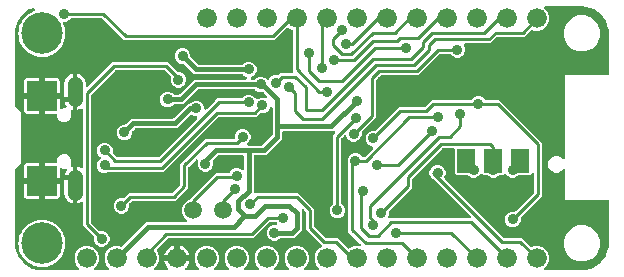
<source format=gbr>
G04 EAGLE Gerber RS-274X export*
G75*
%MOMM*%
%FSLAX34Y34*%
%LPD*%
%INBottom Copper*%
%IPPOS*%
%AMOC8*
5,1,8,0,0,1.08239X$1,22.5*%
G01*
%ADD10C,3.516000*%
%ADD11R,2.500000X2.500000*%
%ADD12C,1.308000*%
%ADD13C,1.676400*%
%ADD14C,1.500000*%
%ADD15R,1.500000X2.000000*%
%ADD16C,0.906400*%
%ADD17C,0.254000*%
%ADD18C,0.406400*%

G36*
X56004Y2558D02*
X56004Y2558D01*
X56143Y2571D01*
X56162Y2578D01*
X56182Y2581D01*
X56311Y2632D01*
X56442Y2679D01*
X56459Y2690D01*
X56478Y2698D01*
X56590Y2779D01*
X56705Y2857D01*
X56719Y2873D01*
X56735Y2884D01*
X56824Y2992D01*
X56916Y3096D01*
X56925Y3114D01*
X56938Y3129D01*
X56997Y3255D01*
X57060Y3379D01*
X57065Y3399D01*
X57073Y3417D01*
X57099Y3553D01*
X57130Y3689D01*
X57129Y3710D01*
X57133Y3729D01*
X57124Y3868D01*
X57120Y4007D01*
X57115Y4027D01*
X57113Y4047D01*
X57071Y4179D01*
X57032Y4313D01*
X57022Y4330D01*
X57015Y4349D01*
X56941Y4467D01*
X56870Y4587D01*
X56852Y4608D01*
X56845Y4618D01*
X56830Y4632D01*
X56764Y4707D01*
X54671Y6801D01*
X53085Y10628D01*
X53085Y14772D01*
X54671Y18599D01*
X57601Y21529D01*
X61428Y23115D01*
X65572Y23115D01*
X69399Y21529D01*
X72329Y18599D01*
X73915Y14772D01*
X73915Y10628D01*
X72329Y6801D01*
X70236Y4707D01*
X70151Y4598D01*
X70062Y4491D01*
X70054Y4472D01*
X70041Y4456D01*
X69986Y4328D01*
X69927Y4203D01*
X69923Y4183D01*
X69915Y4164D01*
X69893Y4026D01*
X69867Y3890D01*
X69868Y3870D01*
X69865Y3850D01*
X69878Y3711D01*
X69887Y3573D01*
X69893Y3554D01*
X69895Y3534D01*
X69942Y3402D01*
X69985Y3271D01*
X69996Y3253D01*
X70002Y3234D01*
X70080Y3119D01*
X70155Y3002D01*
X70170Y2988D01*
X70181Y2971D01*
X70285Y2879D01*
X70386Y2784D01*
X70404Y2774D01*
X70419Y2761D01*
X70544Y2697D01*
X70665Y2630D01*
X70685Y2625D01*
X70703Y2616D01*
X70838Y2586D01*
X70973Y2551D01*
X71001Y2549D01*
X71013Y2546D01*
X71033Y2547D01*
X71134Y2541D01*
X81266Y2541D01*
X81404Y2558D01*
X81543Y2571D01*
X81562Y2578D01*
X81582Y2581D01*
X81711Y2632D01*
X81842Y2679D01*
X81859Y2690D01*
X81878Y2698D01*
X81990Y2779D01*
X82105Y2857D01*
X82119Y2873D01*
X82135Y2884D01*
X82224Y2992D01*
X82316Y3096D01*
X82325Y3114D01*
X82338Y3129D01*
X82397Y3255D01*
X82460Y3379D01*
X82465Y3399D01*
X82473Y3417D01*
X82499Y3553D01*
X82530Y3689D01*
X82529Y3710D01*
X82533Y3729D01*
X82524Y3868D01*
X82520Y4007D01*
X82515Y4027D01*
X82513Y4047D01*
X82471Y4179D01*
X82432Y4313D01*
X82422Y4330D01*
X82415Y4349D01*
X82341Y4467D01*
X82270Y4587D01*
X82252Y4608D01*
X82245Y4618D01*
X82230Y4632D01*
X82164Y4707D01*
X80071Y6801D01*
X78485Y10628D01*
X78485Y14772D01*
X80071Y18599D01*
X83001Y21529D01*
X86828Y23115D01*
X90972Y23115D01*
X92023Y22679D01*
X92051Y22672D01*
X92078Y22658D01*
X92204Y22630D01*
X92330Y22595D01*
X92359Y22595D01*
X92388Y22588D01*
X92518Y22592D01*
X92648Y22590D01*
X92676Y22597D01*
X92706Y22598D01*
X92830Y22634D01*
X92957Y22664D01*
X92983Y22678D01*
X93011Y22687D01*
X93123Y22752D01*
X93238Y22813D01*
X93260Y22833D01*
X93285Y22848D01*
X93406Y22954D01*
X113886Y43435D01*
X147030Y43435D01*
X147167Y43452D01*
X147306Y43465D01*
X147325Y43472D01*
X147345Y43475D01*
X147474Y43526D01*
X147605Y43573D01*
X147622Y43584D01*
X147641Y43592D01*
X147753Y43673D01*
X147869Y43751D01*
X147882Y43767D01*
X147898Y43778D01*
X147987Y43886D01*
X148079Y43990D01*
X148088Y44008D01*
X148101Y44023D01*
X148160Y44149D01*
X148224Y44273D01*
X148228Y44293D01*
X148237Y44311D01*
X148263Y44447D01*
X148293Y44583D01*
X148293Y44604D01*
X148296Y44623D01*
X148288Y44762D01*
X148284Y44901D01*
X148278Y44921D01*
X148277Y44941D01*
X148234Y45072D01*
X148195Y45207D01*
X148185Y45224D01*
X148179Y45243D01*
X148104Y45361D01*
X148034Y45481D01*
X148015Y45502D01*
X148008Y45512D01*
X147993Y45526D01*
X147927Y45601D01*
X145589Y47940D01*
X144137Y51444D01*
X144137Y55236D01*
X145589Y58740D01*
X148270Y61421D01*
X150069Y62167D01*
X150077Y62171D01*
X150086Y62174D01*
X150215Y62250D01*
X150346Y62324D01*
X150352Y62331D01*
X150360Y62335D01*
X150481Y62442D01*
X152674Y64634D01*
X172622Y84583D01*
X183388Y84583D01*
X183418Y84586D01*
X183447Y84584D01*
X183575Y84606D01*
X183704Y84623D01*
X183731Y84633D01*
X183760Y84638D01*
X183879Y84692D01*
X184000Y84740D01*
X184023Y84757D01*
X184050Y84769D01*
X184152Y84850D01*
X184257Y84926D01*
X184276Y84949D01*
X184299Y84968D01*
X184377Y85071D01*
X184460Y85171D01*
X184472Y85198D01*
X184490Y85222D01*
X184561Y85366D01*
X184935Y86269D01*
X186781Y88115D01*
X189194Y89115D01*
X191806Y89115D01*
X194219Y88115D01*
X194428Y87905D01*
X194524Y87832D01*
X194532Y87824D01*
X194538Y87820D01*
X194645Y87732D01*
X194664Y87723D01*
X194680Y87710D01*
X194807Y87655D01*
X194933Y87596D01*
X194953Y87592D01*
X194972Y87584D01*
X195109Y87562D01*
X195246Y87536D01*
X195266Y87537D01*
X195286Y87534D01*
X195424Y87547D01*
X195563Y87556D01*
X195582Y87562D01*
X195602Y87564D01*
X195734Y87611D01*
X195865Y87654D01*
X195882Y87665D01*
X195902Y87672D01*
X196017Y87750D01*
X196134Y87824D01*
X196148Y87839D01*
X196165Y87850D01*
X196257Y87954D01*
X196352Y88056D01*
X196362Y88073D01*
X196375Y88089D01*
X196439Y88213D01*
X196506Y88334D01*
X196511Y88354D01*
X196520Y88372D01*
X196550Y88508D01*
X196585Y88642D01*
X196587Y88670D01*
X196590Y88682D01*
X196589Y88703D01*
X196595Y88803D01*
X196595Y98806D01*
X196580Y98924D01*
X196573Y99043D01*
X196560Y99081D01*
X196555Y99122D01*
X196512Y99232D01*
X196475Y99345D01*
X196453Y99380D01*
X196438Y99417D01*
X196369Y99513D01*
X196305Y99614D01*
X196275Y99642D01*
X196252Y99675D01*
X196160Y99751D01*
X196073Y99832D01*
X196038Y99852D01*
X196007Y99877D01*
X195899Y99928D01*
X195795Y99986D01*
X195755Y99996D01*
X195719Y100013D01*
X195602Y100035D01*
X195487Y100065D01*
X195427Y100069D01*
X195407Y100073D01*
X195386Y100071D01*
X195326Y100075D01*
X174929Y100075D01*
X174831Y100063D01*
X174732Y100060D01*
X174674Y100043D01*
X174614Y100035D01*
X174522Y99999D01*
X174427Y99971D01*
X174374Y99941D01*
X174318Y99918D01*
X174238Y99860D01*
X174153Y99810D01*
X174077Y99744D01*
X174061Y99732D01*
X174053Y99722D01*
X174032Y99704D01*
X170394Y96065D01*
X170376Y96042D01*
X170353Y96023D01*
X170279Y95917D01*
X170199Y95814D01*
X170187Y95787D01*
X170170Y95763D01*
X170124Y95642D01*
X170073Y95522D01*
X170068Y95493D01*
X170057Y95466D01*
X170043Y95337D01*
X170023Y95208D01*
X170025Y95179D01*
X170022Y95149D01*
X170040Y95021D01*
X170053Y94892D01*
X170063Y94864D01*
X170067Y94835D01*
X170119Y94682D01*
X170395Y94016D01*
X170395Y91404D01*
X169395Y88991D01*
X167549Y87145D01*
X165136Y86145D01*
X162524Y86145D01*
X160111Y87145D01*
X158265Y88991D01*
X157265Y91404D01*
X157265Y94016D01*
X157630Y94896D01*
X157648Y94963D01*
X157676Y95027D01*
X157690Y95116D01*
X157714Y95202D01*
X157715Y95272D01*
X157726Y95341D01*
X157717Y95431D01*
X157719Y95520D01*
X157702Y95588D01*
X157696Y95658D01*
X157665Y95742D01*
X157645Y95830D01*
X157612Y95891D01*
X157588Y95957D01*
X157538Y96031D01*
X157496Y96111D01*
X157449Y96162D01*
X157410Y96220D01*
X157342Y96279D01*
X157282Y96346D01*
X157224Y96384D01*
X157171Y96431D01*
X157091Y96471D01*
X157016Y96521D01*
X156950Y96543D01*
X156888Y96575D01*
X156800Y96595D01*
X156715Y96624D01*
X156646Y96629D01*
X156578Y96645D01*
X156488Y96642D01*
X156398Y96649D01*
X156330Y96637D01*
X156260Y96635D01*
X156174Y96610D01*
X156085Y96595D01*
X156021Y96566D01*
X155954Y96547D01*
X155877Y96501D01*
X155795Y96464D01*
X155741Y96421D01*
X155680Y96385D01*
X155560Y96279D01*
X149724Y90444D01*
X149664Y90365D01*
X149596Y90293D01*
X149567Y90240D01*
X149530Y90192D01*
X149490Y90101D01*
X149442Y90015D01*
X149427Y89956D01*
X149403Y89901D01*
X149388Y89803D01*
X149363Y89707D01*
X149357Y89607D01*
X149353Y89586D01*
X149355Y89574D01*
X149353Y89546D01*
X149353Y72292D01*
X138528Y61467D01*
X102224Y61467D01*
X102126Y61455D01*
X102027Y61452D01*
X101968Y61435D01*
X101908Y61427D01*
X101816Y61391D01*
X101721Y61363D01*
X101669Y61333D01*
X101613Y61310D01*
X101533Y61252D01*
X101447Y61202D01*
X101372Y61136D01*
X101355Y61124D01*
X101347Y61114D01*
X101326Y61096D01*
X99646Y59416D01*
X99586Y59337D01*
X99518Y59265D01*
X99489Y59212D01*
X99452Y59164D01*
X99412Y59073D01*
X99364Y58987D01*
X99349Y58928D01*
X99325Y58873D01*
X99310Y58775D01*
X99285Y58679D01*
X99279Y58579D01*
X99275Y58558D01*
X99277Y58546D01*
X99275Y58518D01*
X99275Y55844D01*
X98275Y53431D01*
X96429Y51585D01*
X94016Y50585D01*
X91404Y50585D01*
X88991Y51585D01*
X87145Y53431D01*
X86145Y55844D01*
X86145Y58456D01*
X87145Y60869D01*
X88991Y62715D01*
X91404Y63715D01*
X94078Y63715D01*
X94176Y63727D01*
X94275Y63730D01*
X94334Y63747D01*
X94394Y63755D01*
X94486Y63791D01*
X94581Y63819D01*
X94633Y63849D01*
X94689Y63872D01*
X94769Y63930D01*
X94855Y63980D01*
X94930Y64046D01*
X94947Y64058D01*
X94955Y64068D01*
X94976Y64086D01*
X98962Y68073D01*
X135266Y68073D01*
X135364Y68085D01*
X135463Y68088D01*
X135522Y68105D01*
X135582Y68113D01*
X135674Y68149D01*
X135769Y68177D01*
X135821Y68207D01*
X135877Y68230D01*
X135957Y68288D01*
X136043Y68338D01*
X136118Y68404D01*
X136135Y68416D01*
X136143Y68426D01*
X136164Y68444D01*
X142376Y74656D01*
X142436Y74735D01*
X142504Y74807D01*
X142533Y74860D01*
X142570Y74908D01*
X142610Y74999D01*
X142658Y75085D01*
X142673Y75144D01*
X142697Y75199D01*
X142712Y75297D01*
X142737Y75393D01*
X142743Y75493D01*
X142747Y75514D01*
X142745Y75526D01*
X142747Y75554D01*
X142747Y92808D01*
X163732Y113793D01*
X187746Y113793D01*
X187864Y113808D01*
X187983Y113815D01*
X188021Y113828D01*
X188062Y113833D01*
X188172Y113876D01*
X188285Y113913D01*
X188320Y113935D01*
X188357Y113950D01*
X188453Y114019D01*
X188554Y114083D01*
X188582Y114113D01*
X188615Y114136D01*
X188691Y114228D01*
X188772Y114315D01*
X188792Y114350D01*
X188817Y114381D01*
X188868Y114489D01*
X188926Y114593D01*
X188936Y114633D01*
X188953Y114669D01*
X188975Y114786D01*
X189005Y114901D01*
X189009Y114961D01*
X189013Y114981D01*
X189011Y115002D01*
X189015Y115062D01*
X189015Y116876D01*
X190015Y119289D01*
X191861Y121135D01*
X194274Y122135D01*
X196886Y122135D01*
X199299Y121135D01*
X201145Y119289D01*
X202145Y116876D01*
X202145Y114264D01*
X201145Y111851D01*
X199665Y110371D01*
X199580Y110262D01*
X199492Y110155D01*
X199483Y110136D01*
X199470Y110120D01*
X199415Y109992D01*
X199356Y109867D01*
X199352Y109847D01*
X199344Y109828D01*
X199322Y109690D01*
X199296Y109554D01*
X199297Y109534D01*
X199294Y109514D01*
X199307Y109375D01*
X199316Y109237D01*
X199322Y109218D01*
X199324Y109198D01*
X199371Y109066D01*
X199414Y108935D01*
X199425Y108917D01*
X199432Y108898D01*
X199510Y108783D01*
X199584Y108666D01*
X199599Y108652D01*
X199610Y108635D01*
X199715Y108543D01*
X199816Y108448D01*
X199833Y108438D01*
X199849Y108425D01*
X199973Y108361D01*
X200094Y108294D01*
X200114Y108289D01*
X200132Y108280D01*
X200268Y108250D01*
X200402Y108215D01*
X200430Y108213D01*
X200442Y108210D01*
X200463Y108211D01*
X200563Y108205D01*
X211151Y108205D01*
X211249Y108217D01*
X211348Y108220D01*
X211406Y108237D01*
X211466Y108245D01*
X211558Y108281D01*
X211653Y108309D01*
X211705Y108339D01*
X211762Y108362D01*
X211842Y108420D01*
X211927Y108470D01*
X212003Y108536D01*
X212019Y108548D01*
X212027Y108558D01*
X212048Y108576D01*
X220354Y116882D01*
X220414Y116960D01*
X220482Y117032D01*
X220511Y117085D01*
X220548Y117133D01*
X220588Y117224D01*
X220636Y117311D01*
X220651Y117369D01*
X220675Y117425D01*
X220690Y117523D01*
X220715Y117619D01*
X220721Y117719D01*
X220725Y117739D01*
X220723Y117751D01*
X220725Y117779D01*
X220725Y139552D01*
X220717Y139621D01*
X220718Y139691D01*
X220697Y139778D01*
X220685Y139868D01*
X220660Y139932D01*
X220643Y140000D01*
X220601Y140080D01*
X220568Y140163D01*
X220527Y140220D01*
X220495Y140281D01*
X220434Y140348D01*
X220382Y140421D01*
X220328Y140465D01*
X220281Y140517D01*
X220206Y140566D01*
X220137Y140623D01*
X220073Y140653D01*
X220015Y140691D01*
X219930Y140721D01*
X219849Y140759D01*
X219780Y140772D01*
X219714Y140795D01*
X219625Y140802D01*
X219537Y140819D01*
X219467Y140814D01*
X219397Y140820D01*
X219309Y140805D01*
X219219Y140799D01*
X219153Y140777D01*
X219084Y140765D01*
X219002Y140729D01*
X218917Y140701D01*
X218858Y140664D01*
X218794Y140635D01*
X218724Y140579D01*
X218648Y140531D01*
X218600Y140480D01*
X218546Y140436D01*
X218491Y140365D01*
X218430Y140299D01*
X218396Y140238D01*
X218354Y140182D01*
X218283Y140038D01*
X217655Y138521D01*
X215809Y136675D01*
X213396Y135675D01*
X210722Y135675D01*
X210624Y135663D01*
X210525Y135660D01*
X210466Y135643D01*
X210406Y135635D01*
X210314Y135599D01*
X210219Y135571D01*
X210167Y135541D01*
X210111Y135518D01*
X210031Y135460D01*
X209945Y135410D01*
X209870Y135344D01*
X209853Y135332D01*
X209845Y135322D01*
X209824Y135304D01*
X207108Y132587D01*
X175884Y132587D01*
X175786Y132575D01*
X175687Y132572D01*
X175628Y132555D01*
X175568Y132547D01*
X175476Y132511D01*
X175381Y132483D01*
X175329Y132453D01*
X175273Y132430D01*
X175193Y132372D01*
X175107Y132322D01*
X175032Y132256D01*
X175015Y132244D01*
X175007Y132234D01*
X174986Y132216D01*
X128368Y85597D01*
X82041Y85597D01*
X82032Y85596D01*
X82023Y85597D01*
X81874Y85576D01*
X81726Y85557D01*
X81717Y85554D01*
X81708Y85553D01*
X81556Y85501D01*
X80046Y84875D01*
X77434Y84875D01*
X75021Y85875D01*
X73175Y87721D01*
X72175Y90134D01*
X72175Y92746D01*
X73175Y95159D01*
X74909Y96892D01*
X74982Y96987D01*
X75060Y97076D01*
X75079Y97112D01*
X75104Y97144D01*
X75151Y97253D01*
X75205Y97359D01*
X75214Y97398D01*
X75230Y97436D01*
X75249Y97553D01*
X75275Y97669D01*
X75273Y97710D01*
X75280Y97750D01*
X75269Y97868D01*
X75265Y97987D01*
X75254Y98026D01*
X75250Y98066D01*
X75210Y98179D01*
X75177Y98293D01*
X75156Y98327D01*
X75142Y98366D01*
X75075Y98464D01*
X75015Y98567D01*
X74975Y98612D01*
X74964Y98629D01*
X74948Y98642D01*
X74909Y98687D01*
X73175Y100421D01*
X72175Y102834D01*
X72175Y105446D01*
X73175Y107859D01*
X75021Y109705D01*
X77434Y110705D01*
X80046Y110705D01*
X82459Y109705D01*
X84305Y107859D01*
X85305Y105446D01*
X85305Y102772D01*
X85317Y102674D01*
X85320Y102575D01*
X85337Y102516D01*
X85345Y102456D01*
X85381Y102364D01*
X85409Y102269D01*
X85439Y102217D01*
X85462Y102161D01*
X85520Y102081D01*
X85570Y101995D01*
X85636Y101920D01*
X85648Y101903D01*
X85658Y101895D01*
X85676Y101874D01*
X88626Y98924D01*
X88705Y98864D01*
X88777Y98796D01*
X88830Y98767D01*
X88878Y98730D01*
X88969Y98690D01*
X89055Y98642D01*
X89114Y98627D01*
X89169Y98603D01*
X89267Y98588D01*
X89363Y98563D01*
X89463Y98557D01*
X89484Y98553D01*
X89496Y98555D01*
X89524Y98553D01*
X123836Y98553D01*
X123934Y98565D01*
X124033Y98568D01*
X124092Y98585D01*
X124152Y98593D01*
X124244Y98629D01*
X124339Y98657D01*
X124391Y98687D01*
X124447Y98710D01*
X124527Y98768D01*
X124613Y98818D01*
X124688Y98884D01*
X124705Y98896D01*
X124713Y98906D01*
X124734Y98924D01*
X156778Y130969D01*
X156863Y131078D01*
X156952Y131185D01*
X156960Y131204D01*
X156973Y131220D01*
X157028Y131348D01*
X157087Y131473D01*
X157091Y131493D01*
X157099Y131512D01*
X157121Y131650D01*
X157147Y131786D01*
X157146Y131806D01*
X157149Y131826D01*
X157136Y131964D01*
X157127Y132103D01*
X157121Y132122D01*
X157119Y132142D01*
X157072Y132274D01*
X157029Y132405D01*
X157018Y132423D01*
X157011Y132442D01*
X156933Y132557D01*
X156859Y132674D01*
X156844Y132688D01*
X156833Y132705D01*
X156729Y132797D01*
X156627Y132892D01*
X156610Y132902D01*
X156594Y132915D01*
X156471Y132978D01*
X156349Y133046D01*
X156329Y133051D01*
X156311Y133060D01*
X156175Y133090D01*
X156041Y133125D01*
X156013Y133127D01*
X156001Y133130D01*
X155980Y133129D01*
X155880Y133135D01*
X154904Y133135D01*
X152442Y134155D01*
X152413Y134163D01*
X152387Y134176D01*
X152260Y134205D01*
X152135Y134239D01*
X152105Y134240D01*
X152077Y134246D01*
X151947Y134242D01*
X151817Y134244D01*
X151788Y134237D01*
X151759Y134236D01*
X151634Y134200D01*
X151508Y134170D01*
X151482Y134156D01*
X151453Y134148D01*
X151342Y134082D01*
X151227Y134021D01*
X151205Y134001D01*
X151179Y133987D01*
X151059Y133880D01*
X140114Y122935D01*
X105079Y122935D01*
X104981Y122923D01*
X104882Y122920D01*
X104824Y122903D01*
X104764Y122895D01*
X104672Y122859D01*
X104577Y122831D01*
X104525Y122801D01*
X104468Y122778D01*
X104388Y122720D01*
X104303Y122670D01*
X104227Y122604D01*
X104211Y122592D01*
X104203Y122582D01*
X104182Y122564D01*
X102186Y120568D01*
X102126Y120490D01*
X102058Y120418D01*
X102029Y120365D01*
X101992Y120317D01*
X101952Y120226D01*
X101904Y120139D01*
X101889Y120081D01*
X101865Y120025D01*
X101850Y119927D01*
X101825Y119831D01*
X101819Y119731D01*
X101815Y119711D01*
X101817Y119699D01*
X101815Y119671D01*
X101815Y118074D01*
X100815Y115661D01*
X98969Y113815D01*
X96556Y112815D01*
X93944Y112815D01*
X91531Y113815D01*
X89685Y115661D01*
X88685Y118074D01*
X88685Y120686D01*
X89685Y123099D01*
X91531Y124945D01*
X93944Y125945D01*
X95541Y125945D01*
X95639Y125957D01*
X95738Y125960D01*
X95796Y125977D01*
X95856Y125985D01*
X95948Y126021D01*
X96043Y126049D01*
X96095Y126079D01*
X96152Y126102D01*
X96232Y126160D01*
X96317Y126210D01*
X96393Y126276D01*
X96409Y126288D01*
X96417Y126298D01*
X96438Y126316D01*
X101186Y131065D01*
X136221Y131065D01*
X136319Y131077D01*
X136418Y131080D01*
X136476Y131097D01*
X136536Y131105D01*
X136628Y131141D01*
X136723Y131169D01*
X136775Y131199D01*
X136832Y131222D01*
X136912Y131280D01*
X136997Y131330D01*
X137073Y131396D01*
X137089Y131408D01*
X137097Y131418D01*
X137118Y131436D01*
X149446Y143765D01*
X150465Y143765D01*
X150563Y143777D01*
X150662Y143780D01*
X150720Y143797D01*
X150781Y143805D01*
X150873Y143841D01*
X150968Y143869D01*
X151020Y143899D01*
X151076Y143922D01*
X151156Y143980D01*
X151242Y144030D01*
X151317Y144096D01*
X151334Y144108D01*
X151341Y144118D01*
X151363Y144136D01*
X152491Y145265D01*
X154904Y146265D01*
X157516Y146265D01*
X159929Y145265D01*
X161775Y143419D01*
X162775Y141006D01*
X162775Y140030D01*
X162792Y139892D01*
X162805Y139753D01*
X162812Y139734D01*
X162815Y139714D01*
X162866Y139585D01*
X162913Y139454D01*
X162924Y139437D01*
X162932Y139419D01*
X163013Y139306D01*
X163091Y139191D01*
X163107Y139178D01*
X163118Y139161D01*
X163226Y139072D01*
X163330Y138980D01*
X163348Y138971D01*
X163363Y138958D01*
X163489Y138899D01*
X163613Y138836D01*
X163633Y138831D01*
X163651Y138823D01*
X163787Y138797D01*
X163923Y138766D01*
X163944Y138767D01*
X163963Y138763D01*
X164102Y138772D01*
X164241Y138776D01*
X164261Y138782D01*
X164281Y138783D01*
X164413Y138826D01*
X164547Y138864D01*
X164564Y138875D01*
X164583Y138881D01*
X164701Y138955D01*
X164821Y139026D01*
X164842Y139044D01*
X164852Y139051D01*
X164866Y139066D01*
X164941Y139132D01*
X171586Y145776D01*
X173892Y148083D01*
X194153Y148083D01*
X194251Y148095D01*
X194350Y148098D01*
X194408Y148115D01*
X194469Y148123D01*
X194561Y148159D01*
X194656Y148187D01*
X194708Y148217D01*
X194764Y148240D01*
X194844Y148298D01*
X194930Y148348D01*
X195005Y148414D01*
X195022Y148426D01*
X195029Y148436D01*
X195051Y148454D01*
X196941Y150345D01*
X199354Y151345D01*
X201966Y151345D01*
X204379Y150345D01*
X206225Y148499D01*
X206330Y148246D01*
X206355Y148203D01*
X206371Y148156D01*
X206433Y148065D01*
X206488Y147970D01*
X206522Y147934D01*
X206550Y147893D01*
X206632Y147820D01*
X206709Y147741D01*
X206751Y147715D01*
X206788Y147682D01*
X206886Y147632D01*
X206980Y147575D01*
X207027Y147560D01*
X207072Y147538D01*
X207179Y147514D01*
X207284Y147481D01*
X207334Y147479D01*
X207382Y147468D01*
X207492Y147471D01*
X207602Y147466D01*
X207650Y147476D01*
X207700Y147478D01*
X207805Y147508D01*
X207913Y147530D01*
X207958Y147552D01*
X208005Y147566D01*
X208100Y147622D01*
X208199Y147670D01*
X208236Y147702D01*
X208279Y147728D01*
X208364Y147802D01*
X210784Y148805D01*
X213396Y148805D01*
X214604Y148304D01*
X214671Y148286D01*
X214735Y148258D01*
X214824Y148244D01*
X214911Y148220D01*
X214980Y148219D01*
X215049Y148208D01*
X215139Y148217D01*
X215229Y148215D01*
X215297Y148232D01*
X215366Y148238D01*
X215451Y148269D01*
X215538Y148289D01*
X215600Y148322D01*
X215665Y148346D01*
X215740Y148396D01*
X215819Y148438D01*
X215871Y148485D01*
X215928Y148524D01*
X215988Y148592D01*
X216054Y148652D01*
X216093Y148710D01*
X216139Y148763D01*
X216180Y148843D01*
X216229Y148918D01*
X216252Y148984D01*
X216284Y149046D01*
X216303Y149134D01*
X216332Y149219D01*
X216338Y149288D01*
X216353Y149356D01*
X216350Y149446D01*
X216358Y149536D01*
X216346Y149604D01*
X216344Y149674D01*
X216319Y149760D01*
X216303Y149849D01*
X216275Y149913D01*
X216255Y149980D01*
X216209Y150057D01*
X216173Y150139D01*
X216129Y150193D01*
X216094Y150254D01*
X215987Y150374D01*
X213277Y153084D01*
X213250Y153105D01*
X213228Y153131D01*
X213166Y153174D01*
X213125Y153212D01*
X213081Y153237D01*
X213026Y153279D01*
X212995Y153293D01*
X212966Y153312D01*
X212897Y153338D01*
X212847Y153366D01*
X212796Y153379D01*
X212734Y153405D01*
X212700Y153411D01*
X212668Y153423D01*
X212596Y153430D01*
X212539Y153445D01*
X212449Y153451D01*
X212420Y153455D01*
X212403Y153454D01*
X212378Y153455D01*
X212355Y153455D01*
X212352Y153456D01*
X212349Y153455D01*
X209514Y153455D01*
X207101Y154455D01*
X205973Y155584D01*
X205894Y155644D01*
X205822Y155712D01*
X205769Y155741D01*
X205721Y155778D01*
X205630Y155818D01*
X205544Y155866D01*
X205485Y155881D01*
X205429Y155905D01*
X205331Y155920D01*
X205236Y155945D01*
X205136Y155951D01*
X205115Y155955D01*
X205103Y155953D01*
X205075Y155955D01*
X158419Y155955D01*
X158321Y155943D01*
X158222Y155940D01*
X158164Y155923D01*
X158104Y155915D01*
X158012Y155879D01*
X157917Y155851D01*
X157865Y155821D01*
X157808Y155798D01*
X157728Y155740D01*
X157643Y155690D01*
X157567Y155624D01*
X157551Y155612D01*
X157543Y155602D01*
X157522Y155584D01*
X145194Y143255D01*
X137825Y143255D01*
X137727Y143243D01*
X137628Y143240D01*
X137569Y143223D01*
X137509Y143215D01*
X137417Y143179D01*
X137322Y143151D01*
X137270Y143121D01*
X137214Y143098D01*
X137134Y143040D01*
X137048Y142990D01*
X136973Y142924D01*
X136956Y142912D01*
X136949Y142902D01*
X136927Y142884D01*
X135799Y141755D01*
X133386Y140755D01*
X130774Y140755D01*
X128361Y141755D01*
X126515Y143601D01*
X125515Y146014D01*
X125515Y148626D01*
X126515Y151039D01*
X128361Y152885D01*
X130774Y153885D01*
X133386Y153885D01*
X135799Y152885D01*
X136927Y151756D01*
X137006Y151696D01*
X137078Y151628D01*
X137131Y151599D01*
X137179Y151562D01*
X137270Y151522D01*
X137356Y151474D01*
X137415Y151459D01*
X137471Y151435D01*
X137569Y151420D01*
X137664Y151395D01*
X137764Y151389D01*
X137785Y151385D01*
X137797Y151387D01*
X137825Y151385D01*
X141301Y151385D01*
X141399Y151397D01*
X141498Y151400D01*
X141556Y151417D01*
X141616Y151425D01*
X141708Y151461D01*
X141803Y151489D01*
X141855Y151519D01*
X141912Y151542D01*
X141992Y151600D01*
X142077Y151650D01*
X142153Y151716D01*
X142169Y151728D01*
X142177Y151738D01*
X142198Y151756D01*
X154526Y164085D01*
X197972Y164085D01*
X198041Y164093D01*
X198111Y164092D01*
X198198Y164113D01*
X198288Y164125D01*
X198352Y164150D01*
X198420Y164167D01*
X198500Y164209D01*
X198583Y164242D01*
X198640Y164283D01*
X198701Y164315D01*
X198768Y164376D01*
X198841Y164428D01*
X198885Y164482D01*
X198937Y164529D01*
X198986Y164604D01*
X199043Y164673D01*
X199073Y164737D01*
X199111Y164795D01*
X199141Y164880D01*
X199179Y164961D01*
X199192Y165030D01*
X199215Y165096D01*
X199222Y165185D01*
X199239Y165273D01*
X199234Y165343D01*
X199240Y165413D01*
X199225Y165501D01*
X199219Y165591D01*
X199197Y165657D01*
X199185Y165726D01*
X199149Y165808D01*
X199121Y165893D01*
X199084Y165952D01*
X199055Y166016D01*
X198999Y166086D01*
X198951Y166162D01*
X198900Y166210D01*
X198856Y166264D01*
X198785Y166319D01*
X198719Y166380D01*
X198658Y166414D01*
X198602Y166456D01*
X198458Y166527D01*
X196941Y167155D01*
X195813Y168284D01*
X195734Y168344D01*
X195662Y168412D01*
X195609Y168441D01*
X195561Y168478D01*
X195470Y168518D01*
X195384Y168566D01*
X195325Y168581D01*
X195269Y168605D01*
X195171Y168620D01*
X195076Y168645D01*
X194976Y168651D01*
X194955Y168655D01*
X194943Y168653D01*
X194915Y168655D01*
X154241Y168655D01*
X145830Y177066D01*
X145752Y177126D01*
X145680Y177194D01*
X145627Y177223D01*
X145579Y177261D01*
X145488Y177300D01*
X145401Y177348D01*
X145343Y177363D01*
X145287Y177387D01*
X145189Y177403D01*
X145093Y177427D01*
X144993Y177434D01*
X144973Y177437D01*
X144961Y177436D01*
X144933Y177437D01*
X143336Y177437D01*
X140924Y178437D01*
X139077Y180284D01*
X138077Y182696D01*
X138077Y185308D01*
X139077Y187721D01*
X140924Y189568D01*
X143336Y190567D01*
X145948Y190567D01*
X148361Y189568D01*
X150208Y187721D01*
X151207Y185308D01*
X151207Y183712D01*
X151219Y183613D01*
X151222Y183514D01*
X151239Y183456D01*
X151247Y183396D01*
X151283Y183304D01*
X151311Y183209D01*
X151342Y183157D01*
X151364Y183100D01*
X151422Y183020D01*
X151472Y182935D01*
X151539Y182860D01*
X151551Y182843D01*
X151560Y182835D01*
X151579Y182814D01*
X157236Y177156D01*
X157315Y177096D01*
X157387Y177028D01*
X157440Y176999D01*
X157488Y176962D01*
X157579Y176922D01*
X157665Y176874D01*
X157724Y176859D01*
X157779Y176835D01*
X157877Y176820D01*
X157973Y176795D01*
X158073Y176789D01*
X158094Y176785D01*
X158106Y176787D01*
X158134Y176785D01*
X194915Y176785D01*
X195013Y176797D01*
X195112Y176800D01*
X195170Y176817D01*
X195231Y176825D01*
X195323Y176861D01*
X195418Y176889D01*
X195470Y176919D01*
X195526Y176942D01*
X195606Y177000D01*
X195692Y177050D01*
X195767Y177116D01*
X195784Y177128D01*
X195791Y177138D01*
X195813Y177156D01*
X196941Y178285D01*
X199354Y179285D01*
X201966Y179285D01*
X204379Y178285D01*
X206225Y176439D01*
X207225Y174026D01*
X207225Y171414D01*
X206225Y169001D01*
X204379Y167155D01*
X202862Y166527D01*
X202802Y166492D01*
X202737Y166466D01*
X202664Y166414D01*
X202586Y166369D01*
X202536Y166321D01*
X202479Y166280D01*
X202422Y166210D01*
X202358Y166148D01*
X202321Y166088D01*
X202277Y166035D01*
X202238Y165953D01*
X202191Y165877D01*
X202171Y165810D01*
X202141Y165747D01*
X202124Y165659D01*
X202098Y165573D01*
X202094Y165503D01*
X202081Y165434D01*
X202087Y165345D01*
X202083Y165255D01*
X202097Y165187D01*
X202101Y165117D01*
X202129Y165032D01*
X202147Y164944D01*
X202178Y164881D01*
X202199Y164815D01*
X202247Y164739D01*
X202287Y164658D01*
X202332Y164605D01*
X202369Y164546D01*
X202435Y164484D01*
X202493Y164416D01*
X202550Y164376D01*
X202601Y164328D01*
X202680Y164285D01*
X202753Y164233D01*
X202818Y164208D01*
X202879Y164174D01*
X202966Y164152D01*
X203050Y164120D01*
X203120Y164112D01*
X203187Y164095D01*
X203348Y164085D01*
X205075Y164085D01*
X205173Y164097D01*
X205272Y164100D01*
X205330Y164117D01*
X205391Y164125D01*
X205483Y164161D01*
X205578Y164189D01*
X205630Y164219D01*
X205686Y164242D01*
X205766Y164300D01*
X205852Y164350D01*
X205927Y164416D01*
X205944Y164428D01*
X205951Y164438D01*
X205973Y164456D01*
X207101Y165585D01*
X209514Y166585D01*
X212126Y166585D01*
X214539Y165585D01*
X215780Y164344D01*
X215819Y164314D01*
X215853Y164277D01*
X215944Y164217D01*
X216031Y164149D01*
X216077Y164129D01*
X216118Y164102D01*
X216222Y164067D01*
X216323Y164023D01*
X216372Y164015D01*
X216419Y163999D01*
X216528Y163990D01*
X216637Y163973D01*
X216687Y163978D01*
X216736Y163974D01*
X216844Y163992D01*
X216954Y164003D01*
X217000Y164020D01*
X217049Y164028D01*
X217150Y164073D01*
X217253Y164110D01*
X217294Y164138D01*
X217339Y164159D01*
X217425Y164227D01*
X217516Y164289D01*
X217549Y164326D01*
X217588Y164357D01*
X217654Y164445D01*
X217727Y164527D01*
X217749Y164572D01*
X217779Y164611D01*
X217850Y164756D01*
X217955Y165009D01*
X219801Y166855D01*
X222214Y167855D01*
X224888Y167855D01*
X224986Y167867D01*
X225085Y167870D01*
X225144Y167887D01*
X225204Y167895D01*
X225296Y167931D01*
X225391Y167959D01*
X225443Y167989D01*
X225499Y168012D01*
X225579Y168070D01*
X225665Y168120D01*
X225740Y168186D01*
X225757Y168198D01*
X225765Y168208D01*
X225786Y168226D01*
X227232Y169673D01*
X236728Y169673D01*
X236846Y169688D01*
X236965Y169695D01*
X237003Y169708D01*
X237044Y169713D01*
X237154Y169756D01*
X237267Y169793D01*
X237302Y169815D01*
X237339Y169830D01*
X237435Y169899D01*
X237536Y169963D01*
X237564Y169993D01*
X237597Y170016D01*
X237673Y170108D01*
X237754Y170195D01*
X237774Y170230D01*
X237799Y170261D01*
X237850Y170369D01*
X237908Y170473D01*
X237918Y170513D01*
X237935Y170549D01*
X237957Y170666D01*
X237987Y170781D01*
X237991Y170841D01*
X237995Y170861D01*
X237993Y170882D01*
X237997Y170942D01*
X237997Y205147D01*
X237994Y205176D01*
X237996Y205206D01*
X237974Y205334D01*
X237957Y205463D01*
X237947Y205490D01*
X237942Y205519D01*
X237888Y205638D01*
X237840Y205758D01*
X237823Y205782D01*
X237811Y205809D01*
X237730Y205911D01*
X237654Y206016D01*
X237631Y206035D01*
X237612Y206058D01*
X237509Y206136D01*
X237409Y206219D01*
X237382Y206231D01*
X237358Y206249D01*
X237214Y206320D01*
X235401Y207071D01*
X234629Y207843D01*
X234535Y207916D01*
X234445Y207995D01*
X234409Y208013D01*
X234377Y208038D01*
X234268Y208085D01*
X234162Y208139D01*
X234123Y208148D01*
X234085Y208164D01*
X233968Y208183D01*
X233852Y208209D01*
X233811Y208208D01*
X233771Y208214D01*
X233653Y208203D01*
X233534Y208199D01*
X233495Y208188D01*
X233455Y208184D01*
X233343Y208144D01*
X233228Y208111D01*
X233194Y208090D01*
X233155Y208077D01*
X233057Y208010D01*
X232954Y207949D01*
X232909Y207909D01*
X232892Y207898D01*
X232879Y207883D01*
X232834Y207843D01*
X222348Y197357D01*
X95152Y197357D01*
X76474Y216036D01*
X76395Y216096D01*
X76323Y216164D01*
X76270Y216193D01*
X76222Y216230D01*
X76131Y216270D01*
X76045Y216318D01*
X75986Y216333D01*
X75931Y216357D01*
X75833Y216372D01*
X75737Y216397D01*
X75637Y216403D01*
X75617Y216407D01*
X75604Y216405D01*
X75576Y216407D01*
X50957Y216407D01*
X50859Y216395D01*
X50760Y216392D01*
X50702Y216375D01*
X50641Y216367D01*
X50549Y216331D01*
X50454Y216303D01*
X50402Y216273D01*
X50346Y216250D01*
X50266Y216192D01*
X50180Y216142D01*
X50105Y216076D01*
X50088Y216064D01*
X50081Y216054D01*
X50059Y216036D01*
X48169Y214145D01*
X45756Y213145D01*
X44483Y213145D01*
X44417Y213137D01*
X44351Y213138D01*
X44260Y213117D01*
X44167Y213105D01*
X44106Y213081D01*
X44041Y213066D01*
X43958Y213023D01*
X43871Y212988D01*
X43818Y212950D01*
X43759Y212919D01*
X43690Y212856D01*
X43614Y212802D01*
X43572Y212750D01*
X43522Y212706D01*
X43471Y212629D01*
X43411Y212557D01*
X43383Y212497D01*
X43346Y212441D01*
X43315Y212353D01*
X43276Y212269D01*
X43263Y212204D01*
X43241Y212141D01*
X43233Y212048D01*
X43216Y211957D01*
X43220Y211890D01*
X43214Y211824D01*
X43230Y211732D01*
X43236Y211639D01*
X43256Y211576D01*
X43267Y211511D01*
X43323Y211360D01*
X45092Y207386D01*
X45092Y199014D01*
X42263Y192659D01*
X42260Y192649D01*
X42250Y192629D01*
X41994Y192011D01*
X41975Y191987D01*
X41970Y191979D01*
X41968Y191975D01*
X41963Y191964D01*
X41900Y191844D01*
X41687Y191366D01*
X37853Y187914D01*
X37841Y187900D01*
X37805Y187868D01*
X36510Y186573D01*
X36441Y186545D01*
X36324Y186478D01*
X36204Y186415D01*
X36177Y186394D01*
X36165Y186387D01*
X36150Y186372D01*
X36078Y186315D01*
X35466Y185765D01*
X31302Y184412D01*
X31283Y184403D01*
X31209Y184377D01*
X29301Y183587D01*
X28965Y183587D01*
X28847Y183572D01*
X28729Y183565D01*
X28670Y183550D01*
X28650Y183547D01*
X28631Y183540D01*
X28573Y183525D01*
X27504Y183178D01*
X23676Y183580D01*
X23658Y183580D01*
X23543Y183587D01*
X21499Y183587D01*
X20951Y183814D01*
X20852Y183841D01*
X20757Y183877D01*
X20665Y183892D01*
X20644Y183898D01*
X20631Y183898D01*
X20598Y183904D01*
X19179Y184053D01*
X16215Y185764D01*
X16213Y185765D01*
X16210Y185767D01*
X16066Y185838D01*
X14290Y186573D01*
X13693Y187170D01*
X13626Y187222D01*
X13565Y187283D01*
X13451Y187358D01*
X13442Y187365D01*
X13438Y187367D01*
X13431Y187372D01*
X11929Y188239D01*
X10139Y190703D01*
X10126Y190717D01*
X10116Y190733D01*
X10009Y190854D01*
X8773Y192090D01*
X8357Y193096D01*
X8322Y193156D01*
X8297Y193220D01*
X8211Y193356D01*
X7008Y195011D01*
X6447Y197649D01*
X6436Y197683D01*
X6431Y197719D01*
X6379Y197871D01*
X5787Y199299D01*
X5787Y200622D01*
X5781Y200674D01*
X5783Y200726D01*
X5760Y200886D01*
X5268Y203200D01*
X5760Y205514D01*
X5764Y205567D01*
X5777Y205617D01*
X5787Y205778D01*
X5787Y207101D01*
X6379Y208529D01*
X6388Y208563D01*
X6404Y208595D01*
X6447Y208751D01*
X7008Y211389D01*
X8211Y213044D01*
X8244Y213105D01*
X8286Y213160D01*
X8357Y213304D01*
X8773Y214310D01*
X10009Y215546D01*
X10021Y215561D01*
X10036Y215573D01*
X10139Y215697D01*
X11929Y218161D01*
X13431Y219028D01*
X13499Y219080D01*
X13573Y219124D01*
X13675Y219214D01*
X13684Y219221D01*
X13687Y219224D01*
X13693Y219230D01*
X14290Y219827D01*
X16066Y220562D01*
X16068Y220564D01*
X16071Y220564D01*
X16215Y220636D01*
X18972Y222228D01*
X18993Y222244D01*
X19017Y222255D01*
X19119Y222340D01*
X19225Y222420D01*
X19242Y222441D01*
X19262Y222458D01*
X19340Y222565D01*
X19423Y222669D01*
X19434Y222693D01*
X19449Y222715D01*
X19498Y222838D01*
X19552Y222960D01*
X19557Y222986D01*
X19566Y223011D01*
X19583Y223142D01*
X19605Y223273D01*
X19603Y223300D01*
X19606Y223326D01*
X19590Y223458D01*
X19579Y223590D01*
X19570Y223615D01*
X19567Y223642D01*
X19518Y223765D01*
X19474Y223890D01*
X19460Y223913D01*
X19450Y223937D01*
X19372Y224045D01*
X19299Y224155D01*
X19279Y224173D01*
X19263Y224195D01*
X19161Y224280D01*
X19062Y224368D01*
X19039Y224381D01*
X19018Y224398D01*
X18898Y224454D01*
X18781Y224516D01*
X18755Y224522D01*
X18731Y224533D01*
X18600Y224559D01*
X18471Y224589D01*
X18445Y224588D01*
X18418Y224593D01*
X18286Y224585D01*
X18153Y224583D01*
X18128Y224575D01*
X18101Y224574D01*
X17945Y224534D01*
X15206Y223644D01*
X15099Y223594D01*
X14988Y223550D01*
X14937Y223517D01*
X14918Y223509D01*
X14903Y223496D01*
X14852Y223464D01*
X9388Y219493D01*
X9301Y219412D01*
X9209Y219336D01*
X9171Y219290D01*
X9156Y219276D01*
X9145Y219258D01*
X9107Y219212D01*
X5136Y213748D01*
X5079Y213644D01*
X5015Y213544D01*
X4993Y213487D01*
X4983Y213469D01*
X4978Y213449D01*
X4956Y213394D01*
X2869Y206970D01*
X2856Y206902D01*
X2833Y206836D01*
X2810Y206677D01*
X2545Y203300D01*
X2546Y203278D01*
X2541Y203200D01*
X2541Y142548D01*
X2553Y142450D01*
X2556Y142351D01*
X2573Y142293D01*
X2581Y142233D01*
X2617Y142141D01*
X2645Y142045D01*
X2675Y141993D01*
X2698Y141937D01*
X2756Y141857D01*
X2806Y141772D01*
X2872Y141696D01*
X2884Y141680D01*
X2894Y141672D01*
X2912Y141651D01*
X7621Y136942D01*
X7621Y92928D01*
X2912Y88219D01*
X2852Y88141D01*
X2784Y88069D01*
X2755Y88016D01*
X2718Y87968D01*
X2678Y87877D01*
X2630Y87790D01*
X2615Y87732D01*
X2591Y87676D01*
X2576Y87578D01*
X2551Y87483D01*
X2545Y87382D01*
X2541Y87362D01*
X2543Y87350D01*
X2541Y87322D01*
X2541Y25400D01*
X2543Y25378D01*
X2545Y25300D01*
X2810Y21923D01*
X2824Y21855D01*
X2829Y21786D01*
X2869Y21630D01*
X4956Y15206D01*
X5006Y15099D01*
X5050Y14988D01*
X5083Y14937D01*
X5091Y14918D01*
X5104Y14903D01*
X5136Y14852D01*
X9107Y9388D01*
X9127Y9366D01*
X9138Y9348D01*
X9184Y9305D01*
X9188Y9301D01*
X9264Y9209D01*
X9310Y9171D01*
X9324Y9156D01*
X9342Y9145D01*
X9388Y9107D01*
X14596Y5322D01*
X14852Y5136D01*
X14887Y5117D01*
X14918Y5092D01*
X14990Y5058D01*
X15056Y5015D01*
X15113Y4993D01*
X15131Y4983D01*
X15150Y4978D01*
X15205Y4956D01*
X15206Y4956D01*
X17945Y4066D01*
X17971Y4061D01*
X17996Y4051D01*
X18127Y4031D01*
X18257Y4006D01*
X18284Y4008D01*
X18310Y4004D01*
X18441Y4018D01*
X18455Y4008D01*
X18474Y3989D01*
X18585Y3917D01*
X18694Y3842D01*
X18719Y3832D01*
X18742Y3818D01*
X18891Y3759D01*
X21630Y2869D01*
X21698Y2856D01*
X21764Y2833D01*
X21923Y2810D01*
X25300Y2545D01*
X25322Y2546D01*
X25400Y2541D01*
X55866Y2541D01*
X56004Y2558D01*
G37*
G36*
X482622Y2543D02*
X482622Y2543D01*
X482700Y2545D01*
X486077Y2810D01*
X486145Y2824D01*
X486214Y2829D01*
X486370Y2869D01*
X492794Y4956D01*
X492901Y5006D01*
X493012Y5050D01*
X493063Y5083D01*
X493082Y5091D01*
X493097Y5104D01*
X493148Y5136D01*
X498612Y9107D01*
X498699Y9188D01*
X498746Y9227D01*
X498752Y9231D01*
X498753Y9232D01*
X498791Y9264D01*
X498829Y9310D01*
X498844Y9324D01*
X498855Y9342D01*
X498893Y9388D01*
X502864Y14852D01*
X502921Y14956D01*
X502985Y15056D01*
X503007Y15113D01*
X503017Y15131D01*
X503022Y15151D01*
X503044Y15206D01*
X505131Y21630D01*
X505144Y21698D01*
X505167Y21764D01*
X505190Y21923D01*
X505455Y25300D01*
X505455Y25304D01*
X505456Y25307D01*
X505455Y25326D01*
X505459Y25400D01*
X505459Y60960D01*
X505444Y61078D01*
X505437Y61197D01*
X505425Y61235D01*
X505419Y61276D01*
X505376Y61386D01*
X505339Y61499D01*
X505317Y61534D01*
X505302Y61571D01*
X505233Y61667D01*
X505169Y61768D01*
X505139Y61796D01*
X505116Y61829D01*
X505024Y61905D01*
X504937Y61986D01*
X504902Y62006D01*
X504871Y62031D01*
X504763Y62082D01*
X504659Y62140D01*
X504619Y62150D01*
X504583Y62167D01*
X504466Y62189D01*
X504351Y62219D01*
X504291Y62223D01*
X504271Y62227D01*
X504250Y62225D01*
X504190Y62229D01*
X468630Y62229D01*
X468629Y62230D01*
X468629Y86848D01*
X468612Y86986D01*
X468599Y87124D01*
X468592Y87143D01*
X468589Y87163D01*
X468538Y87293D01*
X468491Y87424D01*
X468480Y87440D01*
X468472Y87459D01*
X468391Y87572D01*
X468313Y87687D01*
X468297Y87700D01*
X468286Y87717D01*
X468178Y87805D01*
X468074Y87897D01*
X468056Y87906D01*
X468041Y87919D01*
X467915Y87979D01*
X467791Y88042D01*
X467771Y88046D01*
X467753Y88055D01*
X467616Y88081D01*
X467481Y88111D01*
X467460Y88111D01*
X467441Y88115D01*
X467302Y88106D01*
X467163Y88102D01*
X467143Y88096D01*
X467123Y88095D01*
X466991Y88052D01*
X466857Y88013D01*
X466840Y88003D01*
X466821Y87997D01*
X466703Y87922D01*
X466583Y87852D01*
X466562Y87833D01*
X466552Y87827D01*
X466538Y87812D01*
X466463Y87745D01*
X465048Y86331D01*
X462461Y85259D01*
X459659Y85259D01*
X457072Y86331D01*
X455091Y88312D01*
X454019Y90899D01*
X454019Y93701D01*
X455091Y96288D01*
X457072Y98269D01*
X459659Y99341D01*
X462461Y99341D01*
X465048Y98269D01*
X466463Y96855D01*
X466572Y96769D01*
X466679Y96681D01*
X466698Y96672D01*
X466714Y96660D01*
X466842Y96604D01*
X466967Y96545D01*
X466987Y96541D01*
X467006Y96533D01*
X467144Y96511D01*
X467280Y96485D01*
X467300Y96487D01*
X467320Y96483D01*
X467459Y96497D01*
X467597Y96505D01*
X467616Y96511D01*
X467636Y96513D01*
X467768Y96560D01*
X467899Y96603D01*
X467917Y96614D01*
X467936Y96621D01*
X468051Y96699D01*
X468168Y96773D01*
X468182Y96788D01*
X468199Y96799D01*
X468291Y96904D01*
X468386Y97005D01*
X468396Y97023D01*
X468409Y97038D01*
X468473Y97162D01*
X468540Y97283D01*
X468545Y97303D01*
X468554Y97321D01*
X468584Y97457D01*
X468619Y97591D01*
X468621Y97619D01*
X468624Y97631D01*
X468623Y97652D01*
X468629Y97752D01*
X468629Y167640D01*
X468630Y167641D01*
X504190Y167641D01*
X504308Y167656D01*
X504427Y167663D01*
X504465Y167676D01*
X504506Y167681D01*
X504616Y167724D01*
X504729Y167761D01*
X504764Y167783D01*
X504801Y167798D01*
X504897Y167867D01*
X504998Y167931D01*
X505026Y167961D01*
X505059Y167984D01*
X505135Y168076D01*
X505216Y168163D01*
X505236Y168198D01*
X505261Y168229D01*
X505312Y168337D01*
X505370Y168441D01*
X505380Y168481D01*
X505397Y168517D01*
X505419Y168634D01*
X505449Y168749D01*
X505453Y168809D01*
X505457Y168829D01*
X505455Y168850D01*
X505459Y168910D01*
X505459Y203200D01*
X505457Y203222D01*
X505455Y203300D01*
X505190Y206677D01*
X505176Y206745D01*
X505171Y206814D01*
X505131Y206970D01*
X503044Y213394D01*
X502994Y213501D01*
X502950Y213612D01*
X502917Y213663D01*
X502909Y213682D01*
X502896Y213697D01*
X502864Y213748D01*
X498893Y219212D01*
X498812Y219299D01*
X498736Y219391D01*
X498690Y219429D01*
X498676Y219444D01*
X498658Y219455D01*
X498612Y219493D01*
X493148Y223464D01*
X493044Y223521D01*
X492944Y223585D01*
X492887Y223607D01*
X492869Y223617D01*
X492849Y223622D01*
X492794Y223644D01*
X486370Y225731D01*
X486302Y225744D01*
X486236Y225767D01*
X486077Y225790D01*
X482700Y226055D01*
X482678Y226054D01*
X482600Y226059D01*
X452134Y226059D01*
X451996Y226042D01*
X451857Y226029D01*
X451838Y226022D01*
X451818Y226019D01*
X451689Y225968D01*
X451558Y225921D01*
X451541Y225910D01*
X451522Y225902D01*
X451410Y225821D01*
X451295Y225743D01*
X451281Y225727D01*
X451265Y225716D01*
X451176Y225608D01*
X451084Y225504D01*
X451075Y225486D01*
X451062Y225471D01*
X451003Y225345D01*
X450940Y225221D01*
X450935Y225201D01*
X450927Y225183D01*
X450901Y225047D01*
X450870Y224911D01*
X450871Y224890D01*
X450867Y224871D01*
X450876Y224732D01*
X450880Y224593D01*
X450885Y224573D01*
X450887Y224553D01*
X450929Y224421D01*
X450968Y224287D01*
X450978Y224270D01*
X450985Y224251D01*
X451059Y224133D01*
X451130Y224013D01*
X451148Y223992D01*
X451155Y223982D01*
X451170Y223968D01*
X451236Y223893D01*
X453329Y221799D01*
X454915Y217972D01*
X454915Y213828D01*
X453329Y210001D01*
X450399Y207071D01*
X446572Y205485D01*
X442428Y205485D01*
X440615Y206236D01*
X440587Y206244D01*
X440560Y206258D01*
X440434Y206286D01*
X440308Y206320D01*
X440279Y206321D01*
X440250Y206327D01*
X440120Y206323D01*
X439990Y206325D01*
X439962Y206318D01*
X439932Y206318D01*
X439808Y206281D01*
X439681Y206251D01*
X439655Y206237D01*
X439627Y206229D01*
X439515Y206163D01*
X439400Y206102D01*
X439378Y206083D01*
X439353Y206068D01*
X439232Y205961D01*
X433803Y200532D01*
X411469Y200532D01*
X411371Y200520D01*
X411272Y200517D01*
X411213Y200500D01*
X411153Y200492D01*
X411061Y200456D01*
X410966Y200428D01*
X410914Y200398D01*
X410858Y200375D01*
X410778Y200317D01*
X410692Y200267D01*
X410617Y200201D01*
X410600Y200189D01*
X410592Y200179D01*
X410571Y200161D01*
X405228Y194817D01*
X383881Y194817D01*
X383831Y194811D01*
X383782Y194813D01*
X383675Y194791D01*
X383565Y194777D01*
X383519Y194759D01*
X383470Y194749D01*
X383372Y194701D01*
X383270Y194660D01*
X383230Y194631D01*
X383185Y194609D01*
X383101Y194538D01*
X383012Y194474D01*
X382981Y194435D01*
X382943Y194403D01*
X382880Y194313D01*
X382809Y194229D01*
X382788Y194184D01*
X382760Y194143D01*
X382721Y194040D01*
X382674Y193941D01*
X382665Y193892D01*
X382647Y193846D01*
X382635Y193736D01*
X382614Y193629D01*
X382617Y193579D01*
X382612Y193530D01*
X382627Y193421D01*
X382634Y193311D01*
X382649Y193264D01*
X382656Y193215D01*
X382708Y193062D01*
X383755Y190536D01*
X383755Y187924D01*
X382755Y185511D01*
X380909Y183665D01*
X378496Y182665D01*
X375884Y182665D01*
X373471Y183665D01*
X371581Y185556D01*
X371502Y185616D01*
X371430Y185684D01*
X371377Y185713D01*
X371329Y185750D01*
X371238Y185790D01*
X371152Y185838D01*
X371093Y185853D01*
X371037Y185877D01*
X370939Y185892D01*
X370844Y185917D01*
X370744Y185923D01*
X370723Y185927D01*
X370711Y185925D01*
X370683Y185927D01*
X362574Y185927D01*
X362476Y185915D01*
X362377Y185912D01*
X362318Y185895D01*
X362258Y185887D01*
X362166Y185851D01*
X362071Y185823D01*
X362019Y185793D01*
X361963Y185770D01*
X361883Y185712D01*
X361797Y185662D01*
X361722Y185596D01*
X361705Y185584D01*
X361697Y185574D01*
X361676Y185556D01*
X346574Y170454D01*
X344268Y168147D01*
X313044Y168147D01*
X312946Y168135D01*
X312847Y168132D01*
X312788Y168115D01*
X312728Y168107D01*
X312636Y168071D01*
X312541Y168043D01*
X312489Y168013D01*
X312433Y167990D01*
X312353Y167932D01*
X312267Y167882D01*
X312192Y167816D01*
X312175Y167804D01*
X312167Y167794D01*
X312146Y167776D01*
X308474Y164104D01*
X308414Y164025D01*
X308346Y163953D01*
X308317Y163900D01*
X308280Y163852D01*
X308240Y163761D01*
X308192Y163675D01*
X308177Y163616D01*
X308153Y163561D01*
X308138Y163463D01*
X308113Y163367D01*
X308107Y163267D01*
X308103Y163246D01*
X308105Y163234D01*
X308103Y163206D01*
X308103Y131982D01*
X296496Y120376D01*
X296436Y120297D01*
X296368Y120225D01*
X296339Y120172D01*
X296302Y120124D01*
X296262Y120033D01*
X296214Y119947D01*
X296199Y119888D01*
X296175Y119833D01*
X296160Y119735D01*
X296135Y119639D01*
X296129Y119539D01*
X296125Y119518D01*
X296127Y119506D01*
X296125Y119478D01*
X296125Y116804D01*
X295125Y114391D01*
X293279Y112545D01*
X290866Y111545D01*
X288254Y111545D01*
X285841Y112545D01*
X283995Y114391D01*
X283283Y116110D01*
X283258Y116153D01*
X283241Y116200D01*
X283180Y116291D01*
X283125Y116386D01*
X283091Y116422D01*
X283063Y116463D01*
X282980Y116536D01*
X282904Y116615D01*
X282862Y116641D01*
X282824Y116674D01*
X282726Y116724D01*
X282633Y116781D01*
X282585Y116796D01*
X282541Y116818D01*
X282434Y116842D01*
X282329Y116875D01*
X282279Y116877D01*
X282231Y116888D01*
X282121Y116885D01*
X282011Y116890D01*
X281963Y116880D01*
X281913Y116878D01*
X281807Y116848D01*
X281700Y116825D01*
X281655Y116804D01*
X281607Y116790D01*
X281513Y116734D01*
X281414Y116686D01*
X281376Y116653D01*
X281333Y116628D01*
X281213Y116522D01*
X279264Y114574D01*
X279204Y114495D01*
X279136Y114423D01*
X279107Y114370D01*
X279070Y114322D01*
X279030Y114231D01*
X278982Y114145D01*
X278967Y114086D01*
X278943Y114031D01*
X278928Y113933D01*
X278903Y113837D01*
X278897Y113737D01*
X278893Y113716D01*
X278895Y113704D01*
X278893Y113676D01*
X278893Y59847D01*
X278905Y59749D01*
X278908Y59650D01*
X278925Y59592D01*
X278933Y59531D01*
X278969Y59439D01*
X278997Y59344D01*
X279027Y59292D01*
X279050Y59236D01*
X279108Y59156D01*
X279158Y59070D01*
X279224Y58995D01*
X279236Y58978D01*
X279246Y58971D01*
X279264Y58949D01*
X281155Y57059D01*
X282155Y54646D01*
X282155Y52034D01*
X281155Y49621D01*
X279309Y47775D01*
X276896Y46775D01*
X274284Y46775D01*
X271871Y47775D01*
X270025Y49621D01*
X269025Y52034D01*
X269025Y54646D01*
X270025Y57059D01*
X271916Y58949D01*
X271976Y59028D01*
X272044Y59100D01*
X272073Y59153D01*
X272110Y59201D01*
X272150Y59292D01*
X272198Y59378D01*
X272213Y59437D01*
X272237Y59493D01*
X272252Y59591D01*
X272277Y59686D01*
X272283Y59786D01*
X272287Y59807D01*
X272285Y59819D01*
X272287Y59847D01*
X272287Y116938D01*
X273578Y118229D01*
X273663Y118338D01*
X273752Y118445D01*
X273760Y118464D01*
X273773Y118480D01*
X273828Y118608D01*
X273887Y118733D01*
X273891Y118753D01*
X273899Y118772D01*
X273921Y118910D01*
X273947Y119046D01*
X273946Y119066D01*
X273949Y119086D01*
X273936Y119225D01*
X273927Y119363D01*
X273921Y119382D01*
X273919Y119402D01*
X273872Y119534D01*
X273829Y119665D01*
X273818Y119683D01*
X273811Y119702D01*
X273733Y119817D01*
X273659Y119934D01*
X273644Y119948D01*
X273633Y119965D01*
X273529Y120057D01*
X273427Y120152D01*
X273410Y120162D01*
X273394Y120175D01*
X273270Y120239D01*
X273149Y120306D01*
X273129Y120311D01*
X273111Y120320D01*
X272975Y120350D01*
X272841Y120385D01*
X272813Y120387D01*
X272801Y120390D01*
X272780Y120389D01*
X272680Y120395D01*
X230124Y120395D01*
X230006Y120380D01*
X229887Y120373D01*
X229849Y120360D01*
X229808Y120355D01*
X229698Y120312D01*
X229585Y120275D01*
X229550Y120253D01*
X229513Y120238D01*
X229417Y120169D01*
X229316Y120105D01*
X229288Y120075D01*
X229255Y120052D01*
X229179Y119960D01*
X229098Y119873D01*
X229078Y119838D01*
X229053Y119807D01*
X229002Y119699D01*
X228944Y119595D01*
X228934Y119555D01*
X228917Y119519D01*
X228895Y119402D01*
X228865Y119287D01*
X228861Y119227D01*
X228857Y119207D01*
X228859Y119186D01*
X228855Y119126D01*
X228855Y113886D01*
X215044Y100075D01*
X205994Y100075D01*
X205876Y100060D01*
X205757Y100053D01*
X205719Y100040D01*
X205678Y100035D01*
X205568Y99992D01*
X205455Y99955D01*
X205420Y99933D01*
X205383Y99918D01*
X205287Y99849D01*
X205186Y99785D01*
X205158Y99755D01*
X205125Y99732D01*
X205049Y99640D01*
X204968Y99553D01*
X204948Y99518D01*
X204923Y99487D01*
X204872Y99379D01*
X204814Y99275D01*
X204804Y99235D01*
X204787Y99199D01*
X204765Y99082D01*
X204735Y98967D01*
X204731Y98907D01*
X204727Y98887D01*
X204729Y98866D01*
X204725Y98806D01*
X204725Y68950D01*
X204742Y68812D01*
X204755Y68673D01*
X204762Y68654D01*
X204765Y68634D01*
X204816Y68505D01*
X204863Y68374D01*
X204874Y68357D01*
X204882Y68339D01*
X204963Y68226D01*
X205041Y68111D01*
X205057Y68098D01*
X205068Y68081D01*
X205176Y67992D01*
X205280Y67900D01*
X205298Y67891D01*
X205313Y67878D01*
X205439Y67819D01*
X205563Y67756D01*
X205583Y67751D01*
X205601Y67743D01*
X205737Y67717D01*
X205873Y67686D01*
X205894Y67687D01*
X205913Y67683D01*
X206052Y67692D01*
X206191Y67696D01*
X206211Y67702D01*
X206231Y67703D01*
X206363Y67746D01*
X206497Y67784D01*
X206514Y67795D01*
X206533Y67801D01*
X206651Y67875D01*
X206771Y67946D01*
X206792Y67964D01*
X206802Y67971D01*
X206816Y67986D01*
X206892Y68052D01*
X206912Y68073D01*
X242668Y68073D01*
X256033Y54708D01*
X256033Y39994D01*
X256045Y39896D01*
X256048Y39797D01*
X256065Y39738D01*
X256073Y39678D01*
X256109Y39586D01*
X256137Y39491D01*
X256167Y39439D01*
X256190Y39383D01*
X256248Y39303D01*
X256298Y39217D01*
X256364Y39142D01*
X256376Y39125D01*
X256386Y39117D01*
X256404Y39096D01*
X265156Y30344D01*
X265235Y30284D01*
X265307Y30216D01*
X265360Y30187D01*
X265408Y30150D01*
X265499Y30110D01*
X265585Y30062D01*
X265644Y30047D01*
X265699Y30023D01*
X265797Y30008D01*
X265893Y29983D01*
X265993Y29977D01*
X266014Y29973D01*
X266026Y29975D01*
X266054Y29973D01*
X275688Y29973D01*
X284269Y21392D01*
X284363Y21319D01*
X284452Y21240D01*
X284488Y21222D01*
X284520Y21197D01*
X284629Y21150D01*
X284735Y21096D01*
X284775Y21087D01*
X284812Y21071D01*
X284929Y21052D01*
X285045Y21026D01*
X285086Y21027D01*
X285126Y21021D01*
X285244Y21032D01*
X285363Y21036D01*
X285402Y21047D01*
X285442Y21051D01*
X285555Y21091D01*
X285669Y21124D01*
X285704Y21145D01*
X285742Y21158D01*
X285840Y21225D01*
X285943Y21286D01*
X285988Y21326D01*
X286005Y21337D01*
X286018Y21352D01*
X286064Y21392D01*
X286201Y21529D01*
X290028Y23115D01*
X294270Y23115D01*
X294408Y23132D01*
X294547Y23145D01*
X294566Y23152D01*
X294586Y23155D01*
X294715Y23206D01*
X294846Y23253D01*
X294863Y23264D01*
X294881Y23272D01*
X294994Y23353D01*
X295109Y23431D01*
X295122Y23447D01*
X295139Y23458D01*
X295227Y23566D01*
X295320Y23670D01*
X295329Y23688D01*
X295342Y23703D01*
X295401Y23829D01*
X295464Y23953D01*
X295469Y23973D01*
X295477Y23991D01*
X295503Y24127D01*
X295534Y24263D01*
X295533Y24284D01*
X295537Y24303D01*
X295528Y24442D01*
X295524Y24581D01*
X295518Y24601D01*
X295517Y24621D01*
X295474Y24753D01*
X295436Y24887D01*
X295425Y24904D01*
X295419Y24923D01*
X295345Y25041D01*
X295274Y25161D01*
X295256Y25182D01*
X295249Y25192D01*
X295234Y25206D01*
X295168Y25281D01*
X284987Y35462D01*
X284987Y91949D01*
X284986Y91958D01*
X284987Y91967D01*
X284966Y92116D01*
X284947Y92264D01*
X284944Y92273D01*
X284943Y92282D01*
X284891Y92434D01*
X284265Y93944D01*
X284265Y96556D01*
X285265Y98969D01*
X287111Y100815D01*
X289524Y101815D01*
X292136Y101815D01*
X294549Y100815D01*
X296439Y98924D01*
X296518Y98864D01*
X296590Y98796D01*
X296643Y98767D01*
X296691Y98730D01*
X296782Y98690D01*
X296868Y98642D01*
X296927Y98627D01*
X296983Y98603D01*
X297081Y98588D01*
X297176Y98563D01*
X297276Y98557D01*
X297297Y98553D01*
X297309Y98555D01*
X297337Y98553D01*
X297826Y98553D01*
X297924Y98565D01*
X298023Y98568D01*
X298082Y98585D01*
X298142Y98593D01*
X298234Y98629D01*
X298329Y98657D01*
X298381Y98687D01*
X298437Y98710D01*
X298517Y98768D01*
X298603Y98818D01*
X298678Y98884D01*
X298695Y98896D01*
X298703Y98906D01*
X298724Y98924D01*
X305380Y105581D01*
X305410Y105620D01*
X305447Y105653D01*
X305507Y105745D01*
X305575Y105832D01*
X305595Y105878D01*
X305622Y105919D01*
X305658Y106023D01*
X305701Y106124D01*
X305709Y106173D01*
X305725Y106220D01*
X305734Y106329D01*
X305751Y106438D01*
X305746Y106487D01*
X305750Y106537D01*
X305732Y106645D01*
X305721Y106755D01*
X305704Y106801D01*
X305696Y106850D01*
X305651Y106950D01*
X305614Y107054D01*
X305586Y107095D01*
X305565Y107140D01*
X305497Y107226D01*
X305435Y107317D01*
X305398Y107350D01*
X305367Y107389D01*
X305279Y107455D01*
X305197Y107527D01*
X305152Y107550D01*
X305113Y107580D01*
X304968Y107651D01*
X302351Y108735D01*
X300505Y110581D01*
X299505Y112994D01*
X299505Y115606D01*
X300505Y118019D01*
X302351Y119865D01*
X304764Y120865D01*
X307438Y120865D01*
X307536Y120877D01*
X307635Y120880D01*
X307694Y120897D01*
X307754Y120905D01*
X307846Y120941D01*
X307941Y120969D01*
X307993Y120999D01*
X308049Y121022D01*
X308129Y121080D01*
X308215Y121130D01*
X308290Y121196D01*
X308307Y121208D01*
X308315Y121218D01*
X308336Y121236D01*
X327562Y140463D01*
X348626Y140463D01*
X348724Y140475D01*
X348823Y140478D01*
X348882Y140495D01*
X348942Y140503D01*
X349034Y140539D01*
X349129Y140567D01*
X349181Y140597D01*
X349237Y140620D01*
X349317Y140678D01*
X349403Y140728D01*
X349478Y140794D01*
X349495Y140806D01*
X349503Y140816D01*
X349524Y140834D01*
X355502Y146813D01*
X388463Y146813D01*
X388561Y146825D01*
X388660Y146828D01*
X388718Y146845D01*
X388779Y146853D01*
X388871Y146889D01*
X388966Y146917D01*
X389018Y146947D01*
X389074Y146970D01*
X389154Y147028D01*
X389240Y147078D01*
X389315Y147144D01*
X389332Y147156D01*
X389339Y147166D01*
X389361Y147184D01*
X391251Y149075D01*
X393664Y150075D01*
X396276Y150075D01*
X398689Y149075D01*
X400579Y147184D01*
X400658Y147124D01*
X400730Y147056D01*
X400783Y147027D01*
X400831Y146990D01*
X400922Y146950D01*
X401008Y146902D01*
X401067Y146887D01*
X401123Y146863D01*
X401221Y146848D01*
X401316Y146823D01*
X401416Y146817D01*
X401437Y146813D01*
X401449Y146815D01*
X401477Y146813D01*
X412848Y146813D01*
X449073Y110588D01*
X449073Y65942D01*
X431116Y47986D01*
X431056Y47907D01*
X430988Y47835D01*
X430959Y47782D01*
X430922Y47734D01*
X430882Y47643D01*
X430834Y47557D01*
X430819Y47498D01*
X430795Y47443D01*
X430780Y47345D01*
X430755Y47249D01*
X430749Y47149D01*
X430745Y47128D01*
X430747Y47116D01*
X430745Y47088D01*
X430745Y44414D01*
X429745Y42001D01*
X427899Y40155D01*
X425486Y39155D01*
X422874Y39155D01*
X420461Y40155D01*
X418615Y42001D01*
X417615Y44414D01*
X417615Y47026D01*
X418615Y49439D01*
X420461Y51285D01*
X422874Y52285D01*
X425548Y52285D01*
X425646Y52297D01*
X425745Y52300D01*
X425804Y52317D01*
X425864Y52325D01*
X425956Y52361D01*
X426051Y52389D01*
X426103Y52419D01*
X426159Y52442D01*
X426239Y52500D01*
X426325Y52550D01*
X426400Y52616D01*
X426417Y52628D01*
X426425Y52638D01*
X426446Y52656D01*
X442096Y68306D01*
X442156Y68385D01*
X442224Y68457D01*
X442253Y68510D01*
X442290Y68558D01*
X442330Y68649D01*
X442378Y68735D01*
X442393Y68794D01*
X442417Y68849D01*
X442432Y68947D01*
X442457Y69043D01*
X442463Y69143D01*
X442467Y69164D01*
X442465Y69176D01*
X442467Y69204D01*
X442467Y83748D01*
X442450Y83886D01*
X442437Y84025D01*
X442430Y84044D01*
X442427Y84064D01*
X442376Y84193D01*
X442329Y84324D01*
X442318Y84341D01*
X442310Y84360D01*
X442229Y84472D01*
X442151Y84587D01*
X442135Y84600D01*
X442124Y84617D01*
X442016Y84706D01*
X441912Y84798D01*
X441894Y84807D01*
X441879Y84820D01*
X441753Y84879D01*
X441629Y84942D01*
X441609Y84947D01*
X441591Y84955D01*
X441454Y84981D01*
X441319Y85012D01*
X441298Y85011D01*
X441279Y85015D01*
X441140Y85006D01*
X441001Y85002D01*
X440981Y84997D01*
X440961Y84995D01*
X440829Y84952D01*
X440695Y84914D01*
X440678Y84903D01*
X440659Y84897D01*
X440541Y84823D01*
X440421Y84752D01*
X440400Y84734D01*
X440390Y84727D01*
X440376Y84712D01*
X440301Y84646D01*
X438872Y83217D01*
X429577Y83217D01*
X429479Y83205D01*
X429380Y83202D01*
X429322Y83185D01*
X429261Y83177D01*
X429169Y83141D01*
X429074Y83113D01*
X429022Y83083D01*
X428966Y83060D01*
X428886Y83002D01*
X428800Y82952D01*
X428725Y82886D01*
X428708Y82874D01*
X428701Y82864D01*
X428679Y82846D01*
X427899Y82065D01*
X425486Y81065D01*
X422874Y81065D01*
X420461Y82065D01*
X418558Y83968D01*
X418464Y84041D01*
X418375Y84120D01*
X418339Y84138D01*
X418307Y84163D01*
X418197Y84211D01*
X418091Y84265D01*
X418052Y84273D01*
X418015Y84289D01*
X417897Y84308D01*
X417781Y84334D01*
X417741Y84333D01*
X417701Y84339D01*
X417582Y84328D01*
X417463Y84325D01*
X417424Y84313D01*
X417384Y84310D01*
X417272Y84269D01*
X417158Y84236D01*
X417123Y84216D01*
X417085Y84202D01*
X416986Y84135D01*
X416884Y84075D01*
X416839Y84035D01*
X416822Y84023D01*
X416808Y84008D01*
X416763Y83968D01*
X416012Y83217D01*
X413067Y83217D01*
X412969Y83205D01*
X412870Y83202D01*
X412812Y83185D01*
X412751Y83177D01*
X412659Y83141D01*
X412564Y83113D01*
X412512Y83083D01*
X412456Y83060D01*
X412376Y83002D01*
X412290Y82952D01*
X412215Y82886D01*
X412198Y82874D01*
X412191Y82864D01*
X412169Y82846D01*
X411389Y82065D01*
X408976Y81065D01*
X406364Y81065D01*
X403951Y82065D01*
X403171Y82846D01*
X403092Y82906D01*
X403020Y82974D01*
X402967Y83003D01*
X402919Y83040D01*
X402828Y83080D01*
X402742Y83128D01*
X402683Y83143D01*
X402627Y83167D01*
X402529Y83182D01*
X402434Y83207D01*
X402334Y83213D01*
X402313Y83217D01*
X402301Y83215D01*
X402273Y83217D01*
X399328Y83217D01*
X398577Y83968D01*
X398483Y84041D01*
X398394Y84120D01*
X398358Y84138D01*
X398326Y84163D01*
X398217Y84210D01*
X398111Y84265D01*
X398071Y84273D01*
X398034Y84289D01*
X397916Y84308D01*
X397800Y84334D01*
X397760Y84333D01*
X397720Y84339D01*
X397601Y84328D01*
X397482Y84325D01*
X397444Y84313D01*
X397403Y84310D01*
X397291Y84269D01*
X397177Y84236D01*
X397142Y84216D01*
X397104Y84202D01*
X397005Y84135D01*
X396903Y84075D01*
X396858Y84035D01*
X396841Y84023D01*
X396827Y84008D01*
X396782Y83968D01*
X394879Y82065D01*
X392466Y81065D01*
X389854Y81065D01*
X387441Y82065D01*
X386661Y82845D01*
X386582Y82906D01*
X386510Y82974D01*
X386457Y83003D01*
X386409Y83040D01*
X386318Y83080D01*
X386232Y83128D01*
X386173Y83143D01*
X386117Y83167D01*
X386019Y83182D01*
X385924Y83207D01*
X385824Y83213D01*
X385803Y83217D01*
X385791Y83215D01*
X385763Y83217D01*
X376468Y83217D01*
X375277Y84408D01*
X375277Y104648D01*
X375262Y104766D01*
X375255Y104885D01*
X375242Y104923D01*
X375237Y104964D01*
X375194Y105074D01*
X375157Y105187D01*
X375135Y105222D01*
X375120Y105259D01*
X375051Y105355D01*
X374987Y105456D01*
X374957Y105484D01*
X374934Y105517D01*
X374842Y105593D01*
X374755Y105674D01*
X374720Y105694D01*
X374689Y105719D01*
X374581Y105770D01*
X374477Y105828D01*
X374437Y105838D01*
X374401Y105855D01*
X374284Y105877D01*
X374169Y105907D01*
X374109Y105911D01*
X374089Y105915D01*
X374068Y105913D01*
X374008Y105917D01*
X365114Y105917D01*
X365016Y105905D01*
X364917Y105902D01*
X364858Y105885D01*
X364798Y105877D01*
X364706Y105841D01*
X364611Y105813D01*
X364559Y105783D01*
X364503Y105760D01*
X364423Y105702D01*
X364337Y105652D01*
X364262Y105586D01*
X364245Y105574D01*
X364237Y105564D01*
X364216Y105546D01*
X338954Y80284D01*
X338894Y80205D01*
X338826Y80133D01*
X338797Y80080D01*
X338760Y80032D01*
X338720Y79941D01*
X338672Y79855D01*
X338657Y79796D01*
X338633Y79741D01*
X338618Y79643D01*
X338593Y79547D01*
X338587Y79447D01*
X338583Y79426D01*
X338585Y79414D01*
X338583Y79386D01*
X338583Y72292D01*
X319356Y53066D01*
X319296Y52987D01*
X319228Y52915D01*
X319199Y52862D01*
X319162Y52814D01*
X319122Y52723D01*
X319074Y52637D01*
X319059Y52578D01*
X319035Y52523D01*
X319020Y52425D01*
X318995Y52329D01*
X318989Y52229D01*
X318985Y52208D01*
X318987Y52196D01*
X318985Y52168D01*
X318985Y49494D01*
X318464Y48238D01*
X318451Y48190D01*
X318430Y48145D01*
X318409Y48037D01*
X318380Y47931D01*
X318380Y47881D01*
X318370Y47832D01*
X318377Y47723D01*
X318375Y47613D01*
X318387Y47565D01*
X318390Y47515D01*
X318424Y47411D01*
X318449Y47304D01*
X318473Y47260D01*
X318488Y47213D01*
X318547Y47120D01*
X318598Y47023D01*
X318632Y46986D01*
X318658Y46944D01*
X318738Y46869D01*
X318812Y46787D01*
X318854Y46760D01*
X318890Y46726D01*
X318986Y46673D01*
X319078Y46613D01*
X319125Y46596D01*
X319168Y46572D01*
X319274Y46545D01*
X319379Y46509D01*
X319428Y46505D01*
X319476Y46493D01*
X319637Y46483D01*
X387742Y46483D01*
X387880Y46500D01*
X388019Y46513D01*
X388038Y46520D01*
X388058Y46523D01*
X388187Y46574D01*
X388318Y46621D01*
X388335Y46632D01*
X388353Y46640D01*
X388466Y46721D01*
X388581Y46799D01*
X388594Y46815D01*
X388611Y46826D01*
X388700Y46934D01*
X388792Y47038D01*
X388801Y47056D01*
X388814Y47071D01*
X388873Y47197D01*
X388936Y47321D01*
X388941Y47341D01*
X388949Y47359D01*
X388975Y47495D01*
X389006Y47631D01*
X389005Y47652D01*
X389009Y47671D01*
X389000Y47810D01*
X388996Y47949D01*
X388990Y47969D01*
X388989Y47989D01*
X388946Y48121D01*
X388908Y48255D01*
X388897Y48272D01*
X388891Y48291D01*
X388817Y48409D01*
X388746Y48529D01*
X388728Y48550D01*
X388721Y48560D01*
X388706Y48574D01*
X388640Y48649D01*
X358511Y78778D01*
X358504Y78784D01*
X358498Y78791D01*
X358378Y78881D01*
X358260Y78973D01*
X358251Y78977D01*
X358244Y78982D01*
X358099Y79053D01*
X356961Y79525D01*
X355115Y81371D01*
X354643Y82509D01*
X354639Y82517D01*
X354636Y82526D01*
X354560Y82655D01*
X354486Y82785D01*
X354479Y82792D01*
X354475Y82800D01*
X354368Y82921D01*
X353567Y83722D01*
X353567Y86458D01*
X354368Y87259D01*
X354374Y87266D01*
X354381Y87272D01*
X354472Y87393D01*
X354563Y87510D01*
X354567Y87519D01*
X354572Y87526D01*
X354643Y87671D01*
X355115Y88809D01*
X356961Y90655D01*
X359374Y91655D01*
X361986Y91655D01*
X364399Y90655D01*
X366245Y88809D01*
X367245Y86396D01*
X367245Y83784D01*
X366281Y81458D01*
X366273Y81429D01*
X366260Y81403D01*
X366231Y81276D01*
X366197Y81151D01*
X366197Y81122D01*
X366190Y81093D01*
X366194Y80963D01*
X366192Y80833D01*
X366199Y80804D01*
X366200Y80775D01*
X366236Y80650D01*
X366266Y80524D01*
X366280Y80498D01*
X366288Y80469D01*
X366354Y80357D01*
X366415Y80243D01*
X366435Y80221D01*
X366450Y80195D01*
X366556Y80075D01*
X416286Y30344D01*
X416365Y30284D01*
X416437Y30216D01*
X416490Y30187D01*
X416538Y30150D01*
X416629Y30110D01*
X416715Y30062D01*
X416774Y30047D01*
X416829Y30023D01*
X416927Y30008D01*
X417023Y29983D01*
X417123Y29977D01*
X417144Y29973D01*
X417156Y29975D01*
X417184Y29973D01*
X431898Y29973D01*
X439232Y22639D01*
X439255Y22621D01*
X439274Y22598D01*
X439380Y22524D01*
X439483Y22444D01*
X439510Y22432D01*
X439534Y22415D01*
X439656Y22369D01*
X439775Y22318D01*
X439804Y22313D01*
X439832Y22302D01*
X439961Y22288D01*
X440089Y22268D01*
X440119Y22270D01*
X440148Y22267D01*
X440276Y22285D01*
X440406Y22297D01*
X440434Y22307D01*
X440463Y22312D01*
X440615Y22364D01*
X442428Y23115D01*
X446572Y23115D01*
X450399Y21529D01*
X453329Y18599D01*
X454915Y14772D01*
X454915Y10628D01*
X453329Y6801D01*
X451236Y4707D01*
X451151Y4598D01*
X451062Y4491D01*
X451054Y4472D01*
X451041Y4456D01*
X450986Y4328D01*
X450927Y4203D01*
X450923Y4183D01*
X450915Y4164D01*
X450893Y4026D01*
X450867Y3890D01*
X450868Y3870D01*
X450865Y3850D01*
X450878Y3711D01*
X450887Y3573D01*
X450893Y3554D01*
X450895Y3534D01*
X450942Y3402D01*
X450985Y3271D01*
X450996Y3253D01*
X451002Y3234D01*
X451080Y3119D01*
X451155Y3002D01*
X451170Y2988D01*
X451181Y2971D01*
X451285Y2879D01*
X451386Y2784D01*
X451404Y2774D01*
X451419Y2761D01*
X451544Y2697D01*
X451665Y2630D01*
X451685Y2625D01*
X451703Y2616D01*
X451838Y2586D01*
X451973Y2551D01*
X452001Y2549D01*
X452013Y2546D01*
X452033Y2547D01*
X452134Y2541D01*
X482600Y2541D01*
X482622Y2543D01*
G37*
G36*
X131486Y2558D02*
X131486Y2558D01*
X131624Y2571D01*
X131643Y2578D01*
X131664Y2581D01*
X131793Y2632D01*
X131924Y2679D01*
X131940Y2690D01*
X131959Y2698D01*
X132071Y2779D01*
X132187Y2857D01*
X132200Y2873D01*
X132217Y2884D01*
X132305Y2992D01*
X132397Y3096D01*
X132406Y3114D01*
X132419Y3129D01*
X132479Y3255D01*
X132542Y3379D01*
X132546Y3399D01*
X132555Y3417D01*
X132581Y3554D01*
X132611Y3689D01*
X132611Y3710D01*
X132615Y3729D01*
X132606Y3868D01*
X132602Y4007D01*
X132596Y4027D01*
X132595Y4047D01*
X132552Y4179D01*
X132513Y4313D01*
X132503Y4330D01*
X132497Y4349D01*
X132423Y4467D01*
X132352Y4587D01*
X132333Y4608D01*
X132327Y4618D01*
X132312Y4632D01*
X132245Y4707D01*
X131369Y5584D01*
X130358Y6975D01*
X129577Y8507D01*
X129046Y10142D01*
X129037Y10201D01*
X138470Y10201D01*
X138588Y10216D01*
X138707Y10223D01*
X138745Y10235D01*
X138785Y10241D01*
X138896Y10284D01*
X139009Y10321D01*
X139043Y10343D01*
X139081Y10358D01*
X139177Y10427D01*
X139278Y10491D01*
X139306Y10521D01*
X139338Y10544D01*
X139414Y10636D01*
X139496Y10723D01*
X139515Y10758D01*
X139541Y10789D01*
X139592Y10897D01*
X139649Y11001D01*
X139659Y11041D01*
X139677Y11077D01*
X139697Y11184D01*
X139701Y11154D01*
X139745Y11044D01*
X139781Y10931D01*
X139803Y10896D01*
X139818Y10859D01*
X139888Y10762D01*
X139951Y10662D01*
X139981Y10634D01*
X140005Y10601D01*
X140096Y10525D01*
X140183Y10444D01*
X140219Y10424D01*
X140250Y10399D01*
X140357Y10348D01*
X140462Y10290D01*
X140501Y10280D01*
X140537Y10263D01*
X140654Y10241D01*
X140770Y10211D01*
X140830Y10207D01*
X140850Y10203D01*
X140870Y10205D01*
X140930Y10201D01*
X150363Y10201D01*
X150354Y10142D01*
X149823Y8507D01*
X149042Y6975D01*
X148031Y5584D01*
X147155Y4707D01*
X147070Y4598D01*
X146981Y4491D01*
X146972Y4472D01*
X146960Y4456D01*
X146904Y4328D01*
X146845Y4203D01*
X146841Y4183D01*
X146833Y4164D01*
X146811Y4026D01*
X146785Y3890D01*
X146787Y3870D01*
X146783Y3850D01*
X146796Y3711D01*
X146805Y3573D01*
X146811Y3554D01*
X146813Y3534D01*
X146860Y3402D01*
X146903Y3271D01*
X146914Y3253D01*
X146921Y3234D01*
X146999Y3119D01*
X147073Y3002D01*
X147088Y2988D01*
X147099Y2971D01*
X147203Y2879D01*
X147305Y2784D01*
X147323Y2774D01*
X147338Y2761D01*
X147462Y2698D01*
X147583Y2630D01*
X147603Y2625D01*
X147621Y2616D01*
X147757Y2586D01*
X147891Y2551D01*
X147919Y2549D01*
X147931Y2546D01*
X147952Y2547D01*
X148052Y2541D01*
X157466Y2541D01*
X157604Y2558D01*
X157743Y2571D01*
X157762Y2578D01*
X157782Y2581D01*
X157911Y2632D01*
X158042Y2679D01*
X158059Y2690D01*
X158078Y2698D01*
X158190Y2779D01*
X158305Y2857D01*
X158319Y2873D01*
X158335Y2884D01*
X158424Y2992D01*
X158516Y3096D01*
X158525Y3114D01*
X158538Y3129D01*
X158597Y3255D01*
X158660Y3379D01*
X158665Y3399D01*
X158673Y3417D01*
X158699Y3553D01*
X158730Y3689D01*
X158729Y3710D01*
X158733Y3729D01*
X158724Y3868D01*
X158720Y4007D01*
X158715Y4027D01*
X158713Y4047D01*
X158671Y4179D01*
X158632Y4313D01*
X158622Y4330D01*
X158615Y4349D01*
X158541Y4467D01*
X158470Y4587D01*
X158452Y4608D01*
X158445Y4618D01*
X158430Y4632D01*
X158364Y4707D01*
X156271Y6801D01*
X154685Y10628D01*
X154685Y14772D01*
X156271Y18599D01*
X159201Y21529D01*
X163028Y23115D01*
X167172Y23115D01*
X170999Y21529D01*
X173929Y18599D01*
X175515Y14772D01*
X175515Y10628D01*
X173929Y6801D01*
X171836Y4707D01*
X171751Y4598D01*
X171662Y4491D01*
X171654Y4472D01*
X171641Y4456D01*
X171586Y4328D01*
X171527Y4203D01*
X171523Y4183D01*
X171515Y4164D01*
X171493Y4026D01*
X171467Y3890D01*
X171468Y3870D01*
X171465Y3850D01*
X171478Y3711D01*
X171487Y3573D01*
X171493Y3554D01*
X171495Y3534D01*
X171542Y3402D01*
X171585Y3271D01*
X171596Y3253D01*
X171602Y3234D01*
X171680Y3119D01*
X171755Y3002D01*
X171770Y2988D01*
X171781Y2971D01*
X171885Y2879D01*
X171986Y2784D01*
X172004Y2774D01*
X172019Y2761D01*
X172144Y2697D01*
X172265Y2630D01*
X172285Y2625D01*
X172303Y2616D01*
X172438Y2586D01*
X172573Y2551D01*
X172601Y2549D01*
X172613Y2546D01*
X172633Y2547D01*
X172734Y2541D01*
X182866Y2541D01*
X183004Y2558D01*
X183143Y2571D01*
X183162Y2578D01*
X183182Y2581D01*
X183311Y2632D01*
X183442Y2679D01*
X183459Y2690D01*
X183478Y2698D01*
X183590Y2779D01*
X183705Y2857D01*
X183719Y2873D01*
X183735Y2884D01*
X183824Y2992D01*
X183916Y3096D01*
X183925Y3114D01*
X183938Y3129D01*
X183997Y3255D01*
X184060Y3379D01*
X184065Y3399D01*
X184073Y3417D01*
X184099Y3553D01*
X184130Y3689D01*
X184129Y3710D01*
X184133Y3729D01*
X184124Y3868D01*
X184120Y4007D01*
X184115Y4027D01*
X184113Y4047D01*
X184071Y4179D01*
X184032Y4313D01*
X184022Y4330D01*
X184015Y4349D01*
X183941Y4467D01*
X183870Y4587D01*
X183852Y4608D01*
X183845Y4618D01*
X183830Y4632D01*
X183764Y4707D01*
X181671Y6801D01*
X180085Y10628D01*
X180085Y14772D01*
X181671Y18599D01*
X184601Y21529D01*
X188428Y23115D01*
X192572Y23115D01*
X196399Y21529D01*
X199329Y18599D01*
X200915Y14772D01*
X200915Y10628D01*
X199329Y6801D01*
X197236Y4707D01*
X197151Y4598D01*
X197062Y4491D01*
X197054Y4472D01*
X197041Y4456D01*
X196986Y4328D01*
X196927Y4203D01*
X196923Y4183D01*
X196915Y4164D01*
X196893Y4026D01*
X196867Y3890D01*
X196868Y3870D01*
X196865Y3850D01*
X196878Y3711D01*
X196887Y3573D01*
X196893Y3554D01*
X196895Y3534D01*
X196942Y3402D01*
X196985Y3271D01*
X196996Y3253D01*
X197002Y3234D01*
X197080Y3119D01*
X197155Y3002D01*
X197170Y2988D01*
X197181Y2971D01*
X197285Y2879D01*
X197386Y2784D01*
X197404Y2774D01*
X197419Y2761D01*
X197544Y2697D01*
X197665Y2630D01*
X197685Y2625D01*
X197703Y2616D01*
X197838Y2586D01*
X197973Y2551D01*
X198001Y2549D01*
X198013Y2546D01*
X198033Y2547D01*
X198134Y2541D01*
X208266Y2541D01*
X208404Y2558D01*
X208543Y2571D01*
X208562Y2578D01*
X208582Y2581D01*
X208711Y2632D01*
X208842Y2679D01*
X208859Y2690D01*
X208878Y2698D01*
X208990Y2779D01*
X209105Y2857D01*
X209119Y2873D01*
X209135Y2884D01*
X209224Y2992D01*
X209316Y3096D01*
X209325Y3114D01*
X209338Y3129D01*
X209397Y3255D01*
X209460Y3379D01*
X209465Y3399D01*
X209473Y3417D01*
X209499Y3553D01*
X209530Y3689D01*
X209529Y3710D01*
X209533Y3729D01*
X209524Y3868D01*
X209520Y4007D01*
X209515Y4027D01*
X209513Y4047D01*
X209471Y4179D01*
X209432Y4313D01*
X209422Y4330D01*
X209415Y4349D01*
X209341Y4467D01*
X209270Y4587D01*
X209252Y4608D01*
X209245Y4618D01*
X209230Y4632D01*
X209164Y4707D01*
X207071Y6801D01*
X205485Y10628D01*
X205485Y14772D01*
X207071Y18599D01*
X210001Y21529D01*
X213828Y23115D01*
X217972Y23115D01*
X221799Y21529D01*
X224729Y18599D01*
X226315Y14772D01*
X226315Y10628D01*
X224729Y6801D01*
X222636Y4707D01*
X222551Y4598D01*
X222462Y4491D01*
X222454Y4472D01*
X222441Y4456D01*
X222386Y4328D01*
X222327Y4203D01*
X222323Y4183D01*
X222315Y4164D01*
X222293Y4026D01*
X222267Y3890D01*
X222268Y3870D01*
X222265Y3850D01*
X222278Y3711D01*
X222287Y3573D01*
X222293Y3554D01*
X222295Y3534D01*
X222342Y3402D01*
X222385Y3271D01*
X222396Y3253D01*
X222402Y3234D01*
X222480Y3119D01*
X222555Y3002D01*
X222570Y2988D01*
X222581Y2971D01*
X222685Y2879D01*
X222786Y2784D01*
X222804Y2774D01*
X222819Y2761D01*
X222944Y2697D01*
X223065Y2630D01*
X223085Y2625D01*
X223103Y2616D01*
X223238Y2586D01*
X223373Y2551D01*
X223401Y2549D01*
X223413Y2546D01*
X223433Y2547D01*
X223534Y2541D01*
X233666Y2541D01*
X233804Y2558D01*
X233943Y2571D01*
X233962Y2578D01*
X233982Y2581D01*
X234111Y2632D01*
X234242Y2679D01*
X234259Y2690D01*
X234278Y2698D01*
X234390Y2779D01*
X234505Y2857D01*
X234519Y2873D01*
X234535Y2884D01*
X234624Y2992D01*
X234716Y3096D01*
X234725Y3114D01*
X234738Y3129D01*
X234797Y3255D01*
X234860Y3379D01*
X234865Y3399D01*
X234873Y3417D01*
X234899Y3553D01*
X234930Y3689D01*
X234929Y3710D01*
X234933Y3729D01*
X234924Y3868D01*
X234920Y4007D01*
X234915Y4027D01*
X234913Y4047D01*
X234871Y4179D01*
X234832Y4313D01*
X234822Y4330D01*
X234815Y4349D01*
X234741Y4467D01*
X234670Y4587D01*
X234652Y4608D01*
X234645Y4618D01*
X234630Y4632D01*
X234564Y4707D01*
X232471Y6801D01*
X230885Y10628D01*
X230885Y14772D01*
X232471Y18599D01*
X235401Y21529D01*
X239228Y23115D01*
X243372Y23115D01*
X247199Y21529D01*
X250129Y18599D01*
X251715Y14772D01*
X251715Y10628D01*
X250129Y6801D01*
X248036Y4707D01*
X247951Y4598D01*
X247862Y4491D01*
X247854Y4472D01*
X247841Y4456D01*
X247786Y4328D01*
X247727Y4203D01*
X247723Y4183D01*
X247715Y4164D01*
X247693Y4026D01*
X247667Y3890D01*
X247668Y3870D01*
X247665Y3850D01*
X247678Y3711D01*
X247687Y3573D01*
X247693Y3554D01*
X247695Y3534D01*
X247742Y3402D01*
X247785Y3271D01*
X247796Y3253D01*
X247802Y3234D01*
X247880Y3119D01*
X247955Y3002D01*
X247970Y2988D01*
X247981Y2971D01*
X248085Y2879D01*
X248186Y2784D01*
X248204Y2774D01*
X248219Y2761D01*
X248344Y2697D01*
X248465Y2630D01*
X248485Y2625D01*
X248503Y2616D01*
X248638Y2586D01*
X248773Y2551D01*
X248801Y2549D01*
X248813Y2546D01*
X248833Y2547D01*
X248934Y2541D01*
X259066Y2541D01*
X259204Y2558D01*
X259343Y2571D01*
X259362Y2578D01*
X259382Y2581D01*
X259511Y2632D01*
X259642Y2679D01*
X259659Y2690D01*
X259678Y2698D01*
X259790Y2779D01*
X259905Y2857D01*
X259919Y2873D01*
X259935Y2884D01*
X260024Y2992D01*
X260116Y3096D01*
X260125Y3114D01*
X260138Y3129D01*
X260197Y3255D01*
X260260Y3379D01*
X260265Y3399D01*
X260273Y3417D01*
X260299Y3553D01*
X260330Y3689D01*
X260329Y3710D01*
X260333Y3729D01*
X260324Y3868D01*
X260320Y4007D01*
X260315Y4027D01*
X260313Y4047D01*
X260271Y4179D01*
X260232Y4313D01*
X260222Y4330D01*
X260215Y4349D01*
X260141Y4467D01*
X260070Y4587D01*
X260052Y4608D01*
X260045Y4618D01*
X260030Y4632D01*
X259964Y4707D01*
X257871Y6801D01*
X256285Y10628D01*
X256285Y14772D01*
X257871Y18599D01*
X260801Y21529D01*
X261753Y21924D01*
X261797Y21948D01*
X261843Y21965D01*
X261934Y22027D01*
X262030Y22081D01*
X262065Y22116D01*
X262107Y22144D01*
X262179Y22226D01*
X262258Y22303D01*
X262284Y22345D01*
X262317Y22382D01*
X262367Y22480D01*
X262424Y22574D01*
X262439Y22621D01*
X262462Y22666D01*
X262486Y22773D01*
X262518Y22878D01*
X262520Y22927D01*
X262531Y22976D01*
X262528Y23086D01*
X262533Y23195D01*
X262523Y23244D01*
X262522Y23294D01*
X262491Y23399D01*
X262469Y23507D01*
X262447Y23552D01*
X262433Y23599D01*
X262377Y23694D01*
X262329Y23793D01*
X262297Y23830D01*
X262272Y23873D01*
X262165Y23994D01*
X260486Y25674D01*
X249427Y36732D01*
X249427Y51446D01*
X249415Y51544D01*
X249412Y51643D01*
X249395Y51702D01*
X249387Y51762D01*
X249351Y51854D01*
X249323Y51949D01*
X249293Y52001D01*
X249270Y52057D01*
X249212Y52137D01*
X249162Y52223D01*
X249096Y52298D01*
X249084Y52315D01*
X249074Y52323D01*
X249056Y52344D01*
X247531Y53868D01*
X247422Y53953D01*
X247315Y54042D01*
X247296Y54050D01*
X247280Y54063D01*
X247153Y54118D01*
X247027Y54177D01*
X247007Y54181D01*
X246988Y54189D01*
X246850Y54211D01*
X246714Y54237D01*
X246694Y54236D01*
X246674Y54239D01*
X246535Y54226D01*
X246397Y54217D01*
X246378Y54211D01*
X246358Y54209D01*
X246226Y54162D01*
X246095Y54119D01*
X246077Y54108D01*
X246058Y54101D01*
X245943Y54023D01*
X245826Y53949D01*
X245812Y53934D01*
X245795Y53923D01*
X245703Y53819D01*
X245608Y53717D01*
X245598Y53700D01*
X245585Y53684D01*
X245521Y53560D01*
X245454Y53439D01*
X245449Y53419D01*
X245440Y53401D01*
X245410Y53265D01*
X245375Y53131D01*
X245373Y53103D01*
X245370Y53091D01*
X245371Y53070D01*
X245365Y52970D01*
X245365Y36416D01*
X239174Y30225D01*
X227995Y30225D01*
X227897Y30213D01*
X227798Y30210D01*
X227740Y30193D01*
X227679Y30185D01*
X227587Y30149D01*
X227492Y30121D01*
X227440Y30091D01*
X227384Y30068D01*
X227304Y30010D01*
X227218Y29960D01*
X227143Y29894D01*
X227126Y29882D01*
X227119Y29872D01*
X227097Y29854D01*
X225969Y28725D01*
X223556Y27725D01*
X220944Y27725D01*
X218531Y28725D01*
X216685Y30571D01*
X215685Y32984D01*
X215685Y35596D01*
X216685Y38009D01*
X218531Y39855D01*
X220944Y40855D01*
X223657Y40855D01*
X223795Y40872D01*
X223934Y40885D01*
X223953Y40892D01*
X223973Y40895D01*
X224102Y40946D01*
X224233Y40993D01*
X224250Y41004D01*
X224268Y41012D01*
X224381Y41093D01*
X224496Y41171D01*
X224509Y41187D01*
X224526Y41198D01*
X224614Y41306D01*
X224706Y41410D01*
X224716Y41428D01*
X224728Y41443D01*
X224788Y41569D01*
X224851Y41693D01*
X224855Y41713D01*
X224864Y41731D01*
X224890Y41867D01*
X224921Y42003D01*
X224920Y42024D01*
X224924Y42043D01*
X224915Y42182D01*
X224911Y42321D01*
X224905Y42341D01*
X224904Y42361D01*
X224861Y42493D01*
X224823Y42627D01*
X224812Y42644D01*
X224806Y42663D01*
X224732Y42781D01*
X224661Y42901D01*
X224642Y42922D01*
X224636Y42932D01*
X224621Y42946D01*
X224555Y43022D01*
X224260Y43316D01*
X224182Y43376D01*
X224110Y43444D01*
X224057Y43473D01*
X224009Y43510D01*
X223918Y43550D01*
X223832Y43598D01*
X223773Y43613D01*
X223717Y43637D01*
X223620Y43652D01*
X223524Y43677D01*
X223424Y43683D01*
X223403Y43687D01*
X223391Y43685D01*
X223363Y43687D01*
X219064Y43687D01*
X218966Y43675D01*
X218867Y43672D01*
X218808Y43655D01*
X218748Y43647D01*
X218656Y43611D01*
X218561Y43583D01*
X218509Y43553D01*
X218453Y43530D01*
X218373Y43472D01*
X218287Y43422D01*
X218212Y43356D01*
X218195Y43344D01*
X218187Y43334D01*
X218166Y43316D01*
X204568Y29717D01*
X132704Y29717D01*
X132606Y29705D01*
X132507Y29702D01*
X132448Y29685D01*
X132388Y29677D01*
X132296Y29641D01*
X132201Y29613D01*
X132149Y29583D01*
X132093Y29560D01*
X132013Y29502D01*
X131927Y29452D01*
X131852Y29386D01*
X131835Y29374D01*
X131827Y29364D01*
X131806Y29346D01*
X122992Y20531D01*
X122919Y20437D01*
X122840Y20348D01*
X122822Y20312D01*
X122797Y20280D01*
X122750Y20171D01*
X122696Y20065D01*
X122687Y20025D01*
X122671Y19988D01*
X122652Y19871D01*
X122626Y19755D01*
X122627Y19714D01*
X122621Y19674D01*
X122632Y19555D01*
X122636Y19437D01*
X122647Y19398D01*
X122651Y19358D01*
X122691Y19245D01*
X122724Y19131D01*
X122745Y19096D01*
X122758Y19058D01*
X122825Y18960D01*
X122886Y18857D01*
X122926Y18812D01*
X122937Y18795D01*
X122952Y18782D01*
X122992Y18736D01*
X123129Y18599D01*
X124715Y14772D01*
X124715Y10628D01*
X123129Y6801D01*
X121036Y4707D01*
X120951Y4598D01*
X120862Y4491D01*
X120854Y4472D01*
X120841Y4456D01*
X120786Y4328D01*
X120727Y4203D01*
X120723Y4183D01*
X120715Y4164D01*
X120693Y4026D01*
X120667Y3890D01*
X120668Y3870D01*
X120665Y3850D01*
X120678Y3711D01*
X120687Y3573D01*
X120693Y3554D01*
X120695Y3534D01*
X120742Y3402D01*
X120785Y3271D01*
X120796Y3253D01*
X120802Y3234D01*
X120880Y3119D01*
X120955Y3002D01*
X120970Y2988D01*
X120981Y2971D01*
X121085Y2879D01*
X121186Y2784D01*
X121204Y2774D01*
X121219Y2761D01*
X121344Y2697D01*
X121465Y2630D01*
X121485Y2625D01*
X121503Y2616D01*
X121638Y2586D01*
X121773Y2551D01*
X121801Y2549D01*
X121813Y2546D01*
X121833Y2547D01*
X121934Y2541D01*
X131348Y2541D01*
X131486Y2558D01*
G37*
%LPC*%
G36*
X74894Y22645D02*
X74894Y22645D01*
X72481Y23645D01*
X70635Y25491D01*
X69635Y27904D01*
X69635Y30578D01*
X69623Y30676D01*
X69620Y30775D01*
X69603Y30834D01*
X69595Y30894D01*
X69559Y30986D01*
X69531Y31081D01*
X69501Y31133D01*
X69478Y31189D01*
X69420Y31269D01*
X69370Y31355D01*
X69304Y31430D01*
X69292Y31447D01*
X69282Y31455D01*
X69264Y31476D01*
X60197Y40542D01*
X60197Y59407D01*
X60192Y59446D01*
X60195Y59486D01*
X60172Y59604D01*
X60157Y59722D01*
X60143Y59759D01*
X60135Y59799D01*
X60084Y59907D01*
X60040Y60018D01*
X60017Y60050D01*
X60000Y60086D01*
X59924Y60179D01*
X59854Y60275D01*
X59823Y60301D01*
X59797Y60332D01*
X59701Y60402D01*
X59609Y60478D01*
X59572Y60495D01*
X59540Y60519D01*
X59429Y60563D01*
X59321Y60614D01*
X59282Y60621D01*
X59245Y60636D01*
X59126Y60651D01*
X59009Y60673D01*
X58969Y60671D01*
X58929Y60676D01*
X58810Y60661D01*
X58691Y60654D01*
X58653Y60641D01*
X58614Y60636D01*
X58502Y60593D01*
X58389Y60556D01*
X58355Y60534D01*
X58318Y60520D01*
X58230Y60464D01*
X56936Y59805D01*
X55576Y59363D01*
X55449Y59343D01*
X55449Y80570D01*
X55434Y80688D01*
X55427Y80807D01*
X55414Y80845D01*
X55409Y80885D01*
X55366Y80996D01*
X55329Y81109D01*
X55307Y81143D01*
X55292Y81181D01*
X55223Y81277D01*
X55212Y81294D01*
X55226Y81318D01*
X55251Y81350D01*
X55302Y81457D01*
X55360Y81562D01*
X55370Y81601D01*
X55387Y81637D01*
X55409Y81754D01*
X55439Y81870D01*
X55443Y81930D01*
X55447Y81950D01*
X55445Y81970D01*
X55449Y82030D01*
X55449Y90177D01*
X55576Y90157D01*
X56936Y89715D01*
X58231Y89056D01*
X58247Y89042D01*
X58356Y88991D01*
X58460Y88933D01*
X58499Y88923D01*
X58535Y88906D01*
X58652Y88884D01*
X58768Y88854D01*
X58808Y88854D01*
X58848Y88847D01*
X58909Y88850D01*
X58920Y88850D01*
X58928Y88850D01*
X58957Y88853D01*
X58967Y88854D01*
X59086Y88854D01*
X59125Y88864D01*
X59165Y88866D01*
X59232Y88888D01*
X59244Y88890D01*
X59275Y88902D01*
X59278Y88903D01*
X59394Y88933D01*
X59430Y88952D01*
X59467Y88964D01*
X59526Y89001D01*
X59539Y89007D01*
X59571Y89030D01*
X59673Y89086D01*
X59702Y89113D01*
X59736Y89135D01*
X59781Y89182D01*
X59797Y89193D01*
X59826Y89229D01*
X59905Y89303D01*
X59927Y89337D01*
X59954Y89366D01*
X59983Y89419D01*
X59999Y89438D01*
X60023Y89488D01*
X60076Y89572D01*
X60088Y89610D01*
X60108Y89645D01*
X60121Y89697D01*
X60135Y89726D01*
X60147Y89790D01*
X60175Y89874D01*
X60177Y89914D01*
X60187Y89953D01*
X60191Y90021D01*
X60195Y90038D01*
X60194Y90056D01*
X60197Y90113D01*
X60197Y138487D01*
X60192Y138526D01*
X60195Y138566D01*
X60172Y138684D01*
X60157Y138802D01*
X60143Y138839D01*
X60135Y138879D01*
X60084Y138987D01*
X60040Y139098D01*
X60017Y139130D01*
X60000Y139166D01*
X59924Y139259D01*
X59854Y139355D01*
X59823Y139381D01*
X59797Y139412D01*
X59701Y139482D01*
X59609Y139558D01*
X59572Y139575D01*
X59540Y139599D01*
X59429Y139643D01*
X59321Y139694D01*
X59282Y139701D01*
X59245Y139716D01*
X59126Y139731D01*
X59009Y139753D01*
X58969Y139751D01*
X58929Y139756D01*
X58810Y139741D01*
X58691Y139734D01*
X58653Y139721D01*
X58614Y139716D01*
X58502Y139673D01*
X58389Y139636D01*
X58355Y139614D01*
X58318Y139600D01*
X58230Y139544D01*
X56936Y138885D01*
X55576Y138443D01*
X55449Y138423D01*
X55449Y146570D01*
X55434Y146688D01*
X55427Y146807D01*
X55414Y146845D01*
X55409Y146885D01*
X55366Y146996D01*
X55329Y147109D01*
X55307Y147143D01*
X55292Y147181D01*
X55223Y147277D01*
X55212Y147294D01*
X55226Y147318D01*
X55251Y147350D01*
X55302Y147457D01*
X55360Y147562D01*
X55370Y147601D01*
X55387Y147637D01*
X55409Y147754D01*
X55439Y147870D01*
X55443Y147930D01*
X55447Y147950D01*
X55445Y147970D01*
X55449Y148030D01*
X55449Y169257D01*
X55576Y169237D01*
X56936Y168795D01*
X58209Y168147D01*
X59366Y167306D01*
X60376Y166296D01*
X61217Y165139D01*
X61865Y163866D01*
X62307Y162506D01*
X62531Y161095D01*
X62531Y159166D01*
X62548Y159028D01*
X62561Y158889D01*
X62568Y158870D01*
X62571Y158850D01*
X62622Y158721D01*
X62669Y158590D01*
X62680Y158573D01*
X62688Y158555D01*
X62769Y158442D01*
X62847Y158327D01*
X62863Y158314D01*
X62874Y158297D01*
X62982Y158209D01*
X63086Y158116D01*
X63104Y158107D01*
X63119Y158094D01*
X63245Y158035D01*
X63369Y157972D01*
X63389Y157967D01*
X63407Y157959D01*
X63543Y157933D01*
X63679Y157902D01*
X63700Y157903D01*
X63719Y157899D01*
X63858Y157908D01*
X63997Y157912D01*
X64017Y157918D01*
X64037Y157919D01*
X64169Y157962D01*
X64303Y158000D01*
X64320Y158011D01*
X64339Y158017D01*
X64457Y158091D01*
X64577Y158162D01*
X64598Y158180D01*
X64608Y158187D01*
X64622Y158202D01*
X64697Y158268D01*
X84992Y178563D01*
X132178Y178563D01*
X139974Y170766D01*
X140053Y170706D01*
X140125Y170638D01*
X140178Y170609D01*
X140226Y170572D01*
X140317Y170532D01*
X140403Y170484D01*
X140462Y170469D01*
X140517Y170445D01*
X140615Y170430D01*
X140711Y170405D01*
X140811Y170399D01*
X140832Y170395D01*
X140844Y170397D01*
X140872Y170395D01*
X142276Y170395D01*
X144689Y169395D01*
X146535Y167549D01*
X147535Y165136D01*
X147535Y162524D01*
X146535Y160111D01*
X144689Y158265D01*
X142276Y157265D01*
X139664Y157265D01*
X137251Y158265D01*
X135405Y160111D01*
X134405Y162524D01*
X134405Y165136D01*
X134625Y165666D01*
X134633Y165695D01*
X134646Y165721D01*
X134675Y165848D01*
X134709Y165973D01*
X134709Y166002D01*
X134716Y166031D01*
X134712Y166161D01*
X134714Y166291D01*
X134707Y166320D01*
X134706Y166349D01*
X134670Y166474D01*
X134640Y166600D01*
X134626Y166626D01*
X134618Y166655D01*
X134552Y166766D01*
X134491Y166881D01*
X134471Y166903D01*
X134456Y166929D01*
X134350Y167049D01*
X129814Y171586D01*
X129735Y171646D01*
X129663Y171714D01*
X129610Y171743D01*
X129562Y171780D01*
X129471Y171820D01*
X129385Y171868D01*
X129326Y171883D01*
X129271Y171907D01*
X129173Y171922D01*
X129077Y171947D01*
X128977Y171953D01*
X128956Y171957D01*
X128944Y171955D01*
X128916Y171957D01*
X88254Y171957D01*
X88156Y171945D01*
X88057Y171942D01*
X87998Y171925D01*
X87938Y171917D01*
X87846Y171881D01*
X87751Y171853D01*
X87699Y171823D01*
X87643Y171800D01*
X87563Y171742D01*
X87477Y171692D01*
X87402Y171626D01*
X87385Y171614D01*
X87377Y171604D01*
X87356Y171586D01*
X67174Y151404D01*
X67114Y151325D01*
X67046Y151253D01*
X67017Y151200D01*
X66980Y151152D01*
X66940Y151061D01*
X66892Y150975D01*
X66877Y150916D01*
X66853Y150861D01*
X66838Y150763D01*
X66813Y150667D01*
X66807Y150567D01*
X66803Y150546D01*
X66805Y150534D01*
X66803Y150506D01*
X66803Y43804D01*
X66815Y43706D01*
X66818Y43607D01*
X66835Y43548D01*
X66843Y43488D01*
X66879Y43396D01*
X66907Y43301D01*
X66937Y43249D01*
X66960Y43193D01*
X67018Y43113D01*
X67068Y43027D01*
X67134Y42952D01*
X67146Y42935D01*
X67156Y42927D01*
X67174Y42906D01*
X73934Y36146D01*
X74013Y36086D01*
X74085Y36018D01*
X74138Y35989D01*
X74186Y35952D01*
X74277Y35912D01*
X74363Y35864D01*
X74422Y35849D01*
X74477Y35825D01*
X74575Y35810D01*
X74671Y35785D01*
X74771Y35779D01*
X74792Y35775D01*
X74804Y35777D01*
X74832Y35775D01*
X77506Y35775D01*
X79919Y34775D01*
X81765Y32929D01*
X82765Y30516D01*
X82765Y27904D01*
X81765Y25491D01*
X79919Y23645D01*
X77506Y22645D01*
X74894Y22645D01*
G37*
%LPD*%
%LPC*%
G36*
X23676Y5780D02*
X23676Y5780D01*
X23658Y5780D01*
X23543Y5787D01*
X21499Y5787D01*
X20951Y6014D01*
X20852Y6041D01*
X20757Y6077D01*
X20665Y6092D01*
X20644Y6098D01*
X20631Y6098D01*
X20598Y6104D01*
X19416Y6228D01*
X19390Y6227D01*
X19364Y6232D01*
X19231Y6224D01*
X19173Y6223D01*
X19147Y6250D01*
X19125Y6265D01*
X19106Y6283D01*
X18972Y6372D01*
X16215Y7964D01*
X16213Y7965D01*
X16210Y7967D01*
X16066Y8038D01*
X14290Y8773D01*
X13693Y9370D01*
X13626Y9422D01*
X13565Y9483D01*
X13451Y9558D01*
X13442Y9565D01*
X13438Y9567D01*
X13431Y9572D01*
X11929Y10439D01*
X10139Y12903D01*
X10126Y12917D01*
X10116Y12933D01*
X10009Y13054D01*
X8773Y14290D01*
X8357Y15296D01*
X8322Y15356D01*
X8297Y15420D01*
X8211Y15556D01*
X7008Y17211D01*
X6447Y19849D01*
X6436Y19883D01*
X6431Y19919D01*
X6379Y20071D01*
X5787Y21499D01*
X5787Y22822D01*
X5781Y22874D01*
X5783Y22926D01*
X5760Y23086D01*
X5268Y25400D01*
X5760Y27714D01*
X5764Y27767D01*
X5777Y27817D01*
X5787Y27978D01*
X5787Y29301D01*
X6379Y30729D01*
X6388Y30763D01*
X6404Y30795D01*
X6447Y30951D01*
X7008Y33589D01*
X8211Y35244D01*
X8244Y35305D01*
X8286Y35360D01*
X8357Y35504D01*
X8773Y36510D01*
X10009Y37746D01*
X10021Y37761D01*
X10036Y37773D01*
X10139Y37897D01*
X11929Y40361D01*
X13431Y41228D01*
X13499Y41280D01*
X13573Y41324D01*
X13675Y41414D01*
X13684Y41421D01*
X13687Y41424D01*
X13693Y41430D01*
X14290Y42027D01*
X16066Y42762D01*
X16068Y42764D01*
X16071Y42764D01*
X16215Y42836D01*
X19179Y44547D01*
X20598Y44696D01*
X20698Y44720D01*
X20799Y44734D01*
X20887Y44764D01*
X20908Y44769D01*
X20920Y44775D01*
X20951Y44786D01*
X21499Y45013D01*
X23543Y45013D01*
X23560Y45015D01*
X23676Y45020D01*
X27504Y45422D01*
X28573Y45075D01*
X28690Y45053D01*
X28805Y45023D01*
X28865Y45019D01*
X28885Y45015D01*
X28906Y45017D01*
X28965Y45013D01*
X29301Y45013D01*
X31209Y44222D01*
X31230Y44217D01*
X31303Y44188D01*
X35466Y42835D01*
X36078Y42285D01*
X36189Y42207D01*
X36297Y42126D01*
X36327Y42111D01*
X36339Y42103D01*
X36359Y42096D01*
X36441Y42055D01*
X36510Y42027D01*
X37805Y40732D01*
X37819Y40721D01*
X37853Y40686D01*
X41687Y37234D01*
X41900Y36756D01*
X41979Y36626D01*
X42250Y35971D01*
X42255Y35962D01*
X42263Y35941D01*
X45092Y29586D01*
X45092Y21214D01*
X42263Y14859D01*
X42260Y14849D01*
X42250Y14829D01*
X41994Y14211D01*
X41975Y14187D01*
X41970Y14179D01*
X41968Y14175D01*
X41963Y14164D01*
X41900Y14044D01*
X41687Y13566D01*
X37853Y10114D01*
X37841Y10100D01*
X37805Y10068D01*
X36510Y8773D01*
X36441Y8745D01*
X36324Y8678D01*
X36204Y8615D01*
X36177Y8594D01*
X36165Y8587D01*
X36150Y8572D01*
X36078Y8515D01*
X35466Y7965D01*
X31302Y6612D01*
X31283Y6603D01*
X31209Y6577D01*
X29301Y5787D01*
X28965Y5787D01*
X28847Y5772D01*
X28729Y5765D01*
X28670Y5750D01*
X28650Y5747D01*
X28631Y5740D01*
X28573Y5725D01*
X27504Y5378D01*
X23676Y5780D01*
G37*
%LPD*%
%LPC*%
G36*
X12616Y63259D02*
X12616Y63259D01*
X11969Y63432D01*
X11390Y63767D01*
X10917Y64240D01*
X10582Y64819D01*
X10409Y65466D01*
X10409Y76051D01*
X14988Y76051D01*
X15028Y76056D01*
X15068Y76053D01*
X15185Y76076D01*
X15303Y76091D01*
X15341Y76105D01*
X15381Y76113D01*
X15488Y76164D01*
X15599Y76208D01*
X15632Y76231D01*
X15668Y76249D01*
X15760Y76324D01*
X15856Y76394D01*
X15882Y76426D01*
X15913Y76451D01*
X15983Y76548D01*
X16059Y76639D01*
X16076Y76676D01*
X16100Y76709D01*
X16144Y76820D01*
X16195Y76927D01*
X16202Y76967D01*
X16217Y77004D01*
X16247Y77163D01*
X16370Y78143D01*
X16370Y78220D01*
X16380Y78297D01*
X16370Y78457D01*
X16369Y78460D01*
X16369Y78461D01*
X16247Y79437D01*
X16237Y79477D01*
X16235Y79517D01*
X16198Y79630D01*
X16169Y79746D01*
X16149Y79781D01*
X16137Y79819D01*
X16073Y79920D01*
X16016Y80024D01*
X15988Y80054D01*
X15967Y80088D01*
X15880Y80170D01*
X15799Y80257D01*
X15764Y80278D01*
X15735Y80306D01*
X15631Y80364D01*
X15530Y80428D01*
X15492Y80440D01*
X15456Y80460D01*
X15341Y80489D01*
X15228Y80526D01*
X15188Y80529D01*
X15149Y80539D01*
X14988Y80549D01*
X10409Y80549D01*
X10409Y91134D01*
X10582Y91781D01*
X10917Y92360D01*
X11390Y92833D01*
X11969Y93168D01*
X12616Y93341D01*
X23201Y93341D01*
X23201Y86610D01*
X23216Y86492D01*
X23223Y86373D01*
X23235Y86335D01*
X23241Y86294D01*
X23284Y86184D01*
X23321Y86071D01*
X23343Y86036D01*
X23358Y85999D01*
X23427Y85903D01*
X23491Y85802D01*
X23521Y85774D01*
X23544Y85741D01*
X23636Y85665D01*
X23723Y85584D01*
X23758Y85564D01*
X23789Y85539D01*
X23897Y85488D01*
X24001Y85430D01*
X24041Y85420D01*
X24077Y85403D01*
X24194Y85381D01*
X24309Y85351D01*
X24369Y85347D01*
X24389Y85343D01*
X24410Y85345D01*
X24470Y85341D01*
X26430Y85341D01*
X26548Y85356D01*
X26667Y85363D01*
X26705Y85376D01*
X26746Y85381D01*
X26856Y85424D01*
X26969Y85461D01*
X27004Y85483D01*
X27041Y85498D01*
X27137Y85567D01*
X27238Y85631D01*
X27266Y85661D01*
X27299Y85684D01*
X27375Y85776D01*
X27456Y85863D01*
X27476Y85898D01*
X27501Y85929D01*
X27552Y86037D01*
X27610Y86141D01*
X27620Y86181D01*
X27637Y86217D01*
X27659Y86334D01*
X27689Y86449D01*
X27693Y86509D01*
X27697Y86529D01*
X27695Y86550D01*
X27699Y86610D01*
X27699Y93341D01*
X37140Y93341D01*
X37258Y93356D01*
X37377Y93363D01*
X37415Y93376D01*
X37456Y93381D01*
X37566Y93424D01*
X37679Y93461D01*
X37714Y93483D01*
X37751Y93498D01*
X37847Y93567D01*
X37948Y93631D01*
X37976Y93661D01*
X38009Y93684D01*
X38085Y93776D01*
X38166Y93863D01*
X38186Y93898D01*
X38211Y93929D01*
X38262Y94037D01*
X38320Y94141D01*
X38330Y94181D01*
X38347Y94217D01*
X38369Y94334D01*
X38399Y94449D01*
X38403Y94509D01*
X38407Y94529D01*
X38405Y94550D01*
X38409Y94610D01*
X38409Y96002D01*
X39329Y98222D01*
X41028Y99921D01*
X43248Y100841D01*
X45652Y100841D01*
X47872Y99921D01*
X49571Y98222D01*
X50491Y96002D01*
X50491Y93598D01*
X49768Y91853D01*
X49756Y91811D01*
X49742Y91781D01*
X49735Y91743D01*
X49711Y91683D01*
X49702Y91614D01*
X49684Y91546D01*
X49683Y91470D01*
X49682Y91469D01*
X49682Y91467D01*
X49682Y91457D01*
X49671Y91368D01*
X49680Y91298D01*
X49679Y91228D01*
X49700Y91141D01*
X49711Y91052D01*
X49737Y90987D01*
X49753Y90919D01*
X49795Y90840D01*
X49828Y90756D01*
X49869Y90700D01*
X49902Y90638D01*
X49962Y90571D01*
X50014Y90499D01*
X50068Y90454D01*
X50115Y90402D01*
X50190Y90353D01*
X50259Y90296D01*
X50323Y90266D01*
X50381Y90228D01*
X50466Y90199D01*
X50547Y90160D01*
X50616Y90147D01*
X50682Y90124D01*
X50771Y90117D01*
X50859Y90101D01*
X50929Y90105D01*
X50999Y90099D01*
X51087Y90115D01*
X51177Y90120D01*
X51298Y90151D01*
X51312Y90154D01*
X51318Y90156D01*
X51451Y90177D01*
X51451Y83299D01*
X44573Y83299D01*
X44593Y83426D01*
X45035Y84786D01*
X45683Y86059D01*
X46181Y86744D01*
X46200Y86779D01*
X46225Y86809D01*
X46276Y86918D01*
X46334Y87023D01*
X46344Y87061D01*
X46361Y87097D01*
X46383Y87214D01*
X46413Y87331D01*
X46413Y87371D01*
X46421Y87410D01*
X46413Y87529D01*
X46413Y87649D01*
X46403Y87687D01*
X46401Y87727D01*
X46364Y87841D01*
X46334Y87957D01*
X46315Y87992D01*
X46303Y88029D01*
X46239Y88131D01*
X46181Y88235D01*
X46154Y88264D01*
X46133Y88298D01*
X46045Y88380D01*
X45964Y88467D01*
X45930Y88489D01*
X45901Y88516D01*
X45796Y88574D01*
X45695Y88638D01*
X45657Y88650D01*
X45623Y88670D01*
X45507Y88699D01*
X45393Y88737D01*
X45353Y88739D01*
X45315Y88749D01*
X45154Y88759D01*
X43248Y88759D01*
X42246Y89175D01*
X42198Y89188D01*
X42153Y89209D01*
X42045Y89230D01*
X41939Y89259D01*
X41889Y89259D01*
X41840Y89269D01*
X41731Y89262D01*
X41621Y89264D01*
X41573Y89252D01*
X41523Y89249D01*
X41419Y89215D01*
X41312Y89189D01*
X41268Y89166D01*
X41221Y89151D01*
X41128Y89092D01*
X41031Y89041D01*
X40994Y89007D01*
X40952Y88981D01*
X40877Y88901D01*
X40795Y88827D01*
X40768Y88785D01*
X40734Y88749D01*
X40681Y88653D01*
X40621Y88561D01*
X40604Y88514D01*
X40580Y88471D01*
X40553Y88364D01*
X40517Y88260D01*
X40513Y88211D01*
X40501Y88163D01*
X40491Y88002D01*
X40491Y80549D01*
X35912Y80549D01*
X35872Y80544D01*
X35832Y80547D01*
X35715Y80524D01*
X35597Y80509D01*
X35559Y80495D01*
X35519Y80487D01*
X35412Y80436D01*
X35301Y80392D01*
X35268Y80369D01*
X35232Y80351D01*
X35140Y80276D01*
X35044Y80206D01*
X35018Y80174D01*
X34987Y80149D01*
X34917Y80052D01*
X34841Y79961D01*
X34824Y79924D01*
X34800Y79891D01*
X34756Y79780D01*
X34705Y79673D01*
X34698Y79633D01*
X34683Y79596D01*
X34653Y79437D01*
X34530Y78457D01*
X34530Y78380D01*
X34520Y78303D01*
X34530Y78143D01*
X34531Y78140D01*
X34531Y78139D01*
X34653Y77163D01*
X34663Y77123D01*
X34665Y77083D01*
X34702Y76970D01*
X34731Y76854D01*
X34751Y76819D01*
X34763Y76781D01*
X34827Y76680D01*
X34884Y76575D01*
X34912Y76546D01*
X34933Y76512D01*
X35020Y76430D01*
X35101Y76343D01*
X35136Y76322D01*
X35165Y76294D01*
X35269Y76236D01*
X35370Y76172D01*
X35408Y76160D01*
X35444Y76140D01*
X35559Y76111D01*
X35672Y76074D01*
X35712Y76071D01*
X35751Y76061D01*
X35912Y76051D01*
X40491Y76051D01*
X40491Y65466D01*
X40318Y64819D01*
X39983Y64240D01*
X39510Y63767D01*
X38931Y63432D01*
X38284Y63259D01*
X27699Y63259D01*
X27699Y69990D01*
X27684Y70108D01*
X27677Y70227D01*
X27664Y70265D01*
X27659Y70306D01*
X27616Y70416D01*
X27579Y70529D01*
X27557Y70564D01*
X27542Y70601D01*
X27473Y70697D01*
X27409Y70798D01*
X27379Y70826D01*
X27356Y70859D01*
X27264Y70935D01*
X27177Y71016D01*
X27142Y71036D01*
X27111Y71061D01*
X27003Y71112D01*
X26899Y71170D01*
X26859Y71180D01*
X26823Y71197D01*
X26706Y71219D01*
X26591Y71249D01*
X26531Y71253D01*
X26511Y71257D01*
X26490Y71255D01*
X26430Y71259D01*
X24470Y71259D01*
X24352Y71244D01*
X24233Y71237D01*
X24195Y71224D01*
X24154Y71219D01*
X24044Y71176D01*
X23931Y71139D01*
X23896Y71117D01*
X23859Y71102D01*
X23762Y71033D01*
X23662Y70969D01*
X23634Y70939D01*
X23601Y70916D01*
X23525Y70824D01*
X23444Y70737D01*
X23424Y70702D01*
X23399Y70671D01*
X23348Y70563D01*
X23290Y70459D01*
X23280Y70419D01*
X23263Y70383D01*
X23241Y70266D01*
X23211Y70151D01*
X23207Y70091D01*
X23203Y70071D01*
X23205Y70050D01*
X23201Y69990D01*
X23201Y63259D01*
X12616Y63259D01*
G37*
%LPD*%
%LPC*%
G36*
X43248Y127759D02*
X43248Y127759D01*
X41028Y128679D01*
X39329Y130378D01*
X38409Y132598D01*
X38409Y133990D01*
X38394Y134108D01*
X38387Y134227D01*
X38374Y134265D01*
X38369Y134306D01*
X38326Y134416D01*
X38289Y134529D01*
X38267Y134564D01*
X38252Y134601D01*
X38183Y134697D01*
X38119Y134798D01*
X38089Y134826D01*
X38066Y134859D01*
X37974Y134935D01*
X37887Y135016D01*
X37852Y135036D01*
X37821Y135061D01*
X37713Y135112D01*
X37609Y135170D01*
X37569Y135180D01*
X37533Y135197D01*
X37416Y135219D01*
X37301Y135249D01*
X37241Y135253D01*
X37221Y135257D01*
X37200Y135255D01*
X37140Y135259D01*
X27699Y135259D01*
X27699Y141990D01*
X27684Y142108D01*
X27677Y142227D01*
X27664Y142265D01*
X27659Y142306D01*
X27616Y142416D01*
X27579Y142529D01*
X27557Y142564D01*
X27542Y142601D01*
X27473Y142697D01*
X27409Y142798D01*
X27379Y142826D01*
X27356Y142859D01*
X27264Y142935D01*
X27177Y143016D01*
X27142Y143036D01*
X27111Y143061D01*
X27003Y143112D01*
X26899Y143170D01*
X26859Y143180D01*
X26823Y143197D01*
X26706Y143219D01*
X26591Y143249D01*
X26531Y143253D01*
X26511Y143257D01*
X26490Y143255D01*
X26430Y143259D01*
X24470Y143259D01*
X24352Y143244D01*
X24233Y143237D01*
X24195Y143224D01*
X24154Y143219D01*
X24044Y143176D01*
X23931Y143139D01*
X23896Y143117D01*
X23859Y143102D01*
X23762Y143033D01*
X23662Y142969D01*
X23634Y142939D01*
X23601Y142916D01*
X23525Y142824D01*
X23444Y142737D01*
X23424Y142702D01*
X23399Y142671D01*
X23348Y142563D01*
X23290Y142459D01*
X23280Y142419D01*
X23263Y142383D01*
X23241Y142266D01*
X23211Y142151D01*
X23207Y142091D01*
X23203Y142071D01*
X23205Y142050D01*
X23201Y141990D01*
X23201Y135259D01*
X12616Y135259D01*
X11969Y135432D01*
X11390Y135767D01*
X10917Y136240D01*
X10582Y136819D01*
X10409Y137466D01*
X10409Y148051D01*
X15130Y148051D01*
X15132Y148051D01*
X15134Y148051D01*
X15292Y148071D01*
X15446Y148091D01*
X15448Y148091D01*
X15450Y148092D01*
X15599Y148151D01*
X15741Y148208D01*
X15743Y148209D01*
X15745Y148209D01*
X15873Y148303D01*
X15999Y148394D01*
X16000Y148396D01*
X16002Y148397D01*
X16097Y148513D01*
X16202Y148639D01*
X16202Y148641D01*
X16204Y148643D01*
X16271Y148787D01*
X16337Y148927D01*
X16337Y148929D01*
X16338Y148931D01*
X16368Y149086D01*
X16397Y149239D01*
X16397Y149241D01*
X16397Y149243D01*
X16397Y149404D01*
X16356Y150010D01*
X16353Y150025D01*
X16354Y150040D01*
X16328Y150160D01*
X16331Y150216D01*
X16331Y150220D01*
X16332Y150224D01*
X16331Y150385D01*
X16330Y150406D01*
X16331Y150416D01*
X16335Y150430D01*
X16356Y150590D01*
X16397Y151196D01*
X16397Y151198D01*
X16397Y151200D01*
X16387Y151357D01*
X16378Y151513D01*
X16377Y151515D01*
X16377Y151517D01*
X16329Y151667D01*
X16281Y151816D01*
X16280Y151818D01*
X16279Y151819D01*
X16197Y151949D01*
X16111Y152085D01*
X16110Y152086D01*
X16109Y152088D01*
X15992Y152199D01*
X15881Y152304D01*
X15879Y152305D01*
X15877Y152306D01*
X15740Y152382D01*
X15602Y152458D01*
X15601Y152459D01*
X15599Y152460D01*
X15448Y152498D01*
X15295Y152539D01*
X15293Y152539D01*
X15291Y152539D01*
X15130Y152549D01*
X10409Y152549D01*
X10409Y163134D01*
X10582Y163781D01*
X10917Y164360D01*
X11390Y164833D01*
X11969Y165168D01*
X12616Y165341D01*
X23201Y165341D01*
X23201Y158610D01*
X23216Y158492D01*
X23223Y158373D01*
X23235Y158335D01*
X23241Y158294D01*
X23284Y158184D01*
X23321Y158071D01*
X23343Y158036D01*
X23358Y157999D01*
X23427Y157903D01*
X23491Y157802D01*
X23521Y157774D01*
X23544Y157741D01*
X23636Y157665D01*
X23723Y157584D01*
X23758Y157564D01*
X23789Y157539D01*
X23897Y157488D01*
X24001Y157430D01*
X24041Y157420D01*
X24077Y157403D01*
X24194Y157381D01*
X24309Y157351D01*
X24369Y157347D01*
X24389Y157343D01*
X24410Y157345D01*
X24470Y157341D01*
X26430Y157341D01*
X26548Y157356D01*
X26667Y157363D01*
X26705Y157376D01*
X26746Y157381D01*
X26856Y157424D01*
X26969Y157461D01*
X27004Y157483D01*
X27041Y157498D01*
X27137Y157567D01*
X27238Y157631D01*
X27266Y157661D01*
X27299Y157684D01*
X27375Y157776D01*
X27456Y157863D01*
X27476Y157898D01*
X27501Y157929D01*
X27552Y158037D01*
X27610Y158141D01*
X27620Y158181D01*
X27637Y158217D01*
X27659Y158334D01*
X27689Y158449D01*
X27693Y158509D01*
X27697Y158529D01*
X27695Y158550D01*
X27699Y158610D01*
X27699Y165341D01*
X38284Y165341D01*
X38931Y165168D01*
X39510Y164833D01*
X39983Y164360D01*
X40318Y163781D01*
X40491Y163134D01*
X40491Y152549D01*
X35760Y152549D01*
X35642Y152534D01*
X35523Y152527D01*
X35485Y152514D01*
X35444Y152509D01*
X35334Y152466D01*
X35221Y152429D01*
X35186Y152407D01*
X35149Y152392D01*
X35053Y152323D01*
X34952Y152259D01*
X34924Y152229D01*
X34891Y152206D01*
X34815Y152114D01*
X34734Y152027D01*
X34714Y151992D01*
X34689Y151961D01*
X34638Y151853D01*
X34580Y151749D01*
X34570Y151709D01*
X34553Y151673D01*
X34531Y151556D01*
X34501Y151441D01*
X34497Y151381D01*
X34493Y151361D01*
X34495Y151340D01*
X34491Y151280D01*
X34491Y149320D01*
X34506Y149202D01*
X34513Y149083D01*
X34526Y149045D01*
X34531Y149004D01*
X34574Y148894D01*
X34611Y148781D01*
X34633Y148746D01*
X34648Y148709D01*
X34717Y148612D01*
X34781Y148512D01*
X34811Y148484D01*
X34834Y148451D01*
X34926Y148375D01*
X35013Y148294D01*
X35048Y148274D01*
X35079Y148249D01*
X35187Y148198D01*
X35291Y148140D01*
X35331Y148130D01*
X35367Y148113D01*
X35484Y148091D01*
X35599Y148061D01*
X35659Y148057D01*
X35679Y148053D01*
X35700Y148055D01*
X35760Y148051D01*
X40491Y148051D01*
X40491Y140598D01*
X40497Y140549D01*
X40495Y140499D01*
X40517Y140392D01*
X40531Y140282D01*
X40549Y140236D01*
X40559Y140188D01*
X40607Y140089D01*
X40648Y139987D01*
X40677Y139947D01*
X40699Y139902D01*
X40770Y139818D01*
X40834Y139729D01*
X40873Y139698D01*
X40905Y139660D01*
X40995Y139597D01*
X41079Y139527D01*
X41124Y139505D01*
X41165Y139477D01*
X41268Y139438D01*
X41367Y139391D01*
X41416Y139382D01*
X41462Y139364D01*
X41572Y139352D01*
X41679Y139331D01*
X41729Y139334D01*
X41778Y139329D01*
X41887Y139344D01*
X41997Y139351D01*
X42044Y139366D01*
X42093Y139373D01*
X42246Y139425D01*
X43248Y139841D01*
X45154Y139841D01*
X45194Y139846D01*
X45233Y139843D01*
X45351Y139866D01*
X45470Y139881D01*
X45507Y139895D01*
X45546Y139903D01*
X45654Y139954D01*
X45765Y139998D01*
X45797Y140021D01*
X45833Y140038D01*
X45926Y140114D01*
X46023Y140184D01*
X46048Y140215D01*
X46079Y140240D01*
X46149Y140337D01*
X46225Y140429D01*
X46242Y140465D01*
X46266Y140498D01*
X46310Y140609D01*
X46361Y140717D01*
X46368Y140756D01*
X46383Y140793D01*
X46398Y140912D01*
X46421Y141029D01*
X46418Y141069D01*
X46423Y141109D01*
X46408Y141227D01*
X46401Y141347D01*
X46389Y141385D01*
X46384Y141424D01*
X46340Y141536D01*
X46303Y141649D01*
X46282Y141683D01*
X46267Y141720D01*
X46181Y141856D01*
X45683Y142541D01*
X45035Y143814D01*
X44593Y145174D01*
X44573Y145301D01*
X51451Y145301D01*
X51451Y138423D01*
X51286Y138449D01*
X51245Y138457D01*
X51159Y138483D01*
X51089Y138486D01*
X51020Y138500D01*
X50931Y138494D01*
X50841Y138498D01*
X50773Y138484D01*
X50703Y138480D01*
X50618Y138452D01*
X50530Y138434D01*
X50467Y138403D01*
X50400Y138382D01*
X50325Y138333D01*
X50244Y138294D01*
X50191Y138249D01*
X50132Y138211D01*
X50070Y138146D01*
X50002Y138088D01*
X49962Y138031D01*
X49914Y137980D01*
X49871Y137901D01*
X49819Y137828D01*
X49794Y137762D01*
X49761Y137701D01*
X49738Y137614D01*
X49706Y137530D01*
X49699Y137461D01*
X49681Y137393D01*
X49681Y137304D01*
X49671Y137214D01*
X49681Y137145D01*
X49681Y137075D01*
X49703Y136988D01*
X49716Y136899D01*
X49756Y136781D01*
X49760Y136767D01*
X49763Y136761D01*
X49768Y136747D01*
X50491Y135002D01*
X50491Y132598D01*
X49571Y130378D01*
X47872Y128679D01*
X45652Y127759D01*
X43248Y127759D01*
G37*
%LPD*%
%LPC*%
G36*
X479568Y187959D02*
X479568Y187959D01*
X473967Y190280D01*
X469680Y194567D01*
X467359Y200168D01*
X467359Y206232D01*
X469680Y211833D01*
X473967Y216120D01*
X479568Y218441D01*
X485632Y218441D01*
X491233Y216120D01*
X495520Y211833D01*
X497841Y206232D01*
X497841Y200168D01*
X495520Y194567D01*
X491233Y190280D01*
X485632Y187959D01*
X479568Y187959D01*
G37*
%LPD*%
%LPC*%
G36*
X479568Y10159D02*
X479568Y10159D01*
X473967Y12480D01*
X469680Y16767D01*
X467359Y22368D01*
X467359Y28432D01*
X469680Y34033D01*
X473967Y38320D01*
X479568Y40641D01*
X485632Y40641D01*
X491233Y38320D01*
X495520Y34033D01*
X497841Y28432D01*
X497841Y22368D01*
X495520Y16767D01*
X491233Y12480D01*
X485632Y10159D01*
X479568Y10159D01*
G37*
%LPD*%
%LPC*%
G36*
X44369Y149299D02*
X44369Y149299D01*
X44369Y161095D01*
X44593Y162506D01*
X45035Y163866D01*
X45683Y165139D01*
X46524Y166296D01*
X47534Y167306D01*
X48691Y168147D01*
X49964Y168795D01*
X51324Y169237D01*
X51451Y169257D01*
X51451Y149299D01*
X44369Y149299D01*
G37*
%LPD*%
%LPC*%
G36*
X51324Y59363D02*
X51324Y59363D01*
X49964Y59805D01*
X48691Y60453D01*
X47534Y61294D01*
X46524Y62304D01*
X45683Y63461D01*
X45035Y64734D01*
X44593Y66094D01*
X44369Y67505D01*
X44369Y79301D01*
X51451Y79301D01*
X51451Y59343D01*
X51324Y59363D01*
G37*
%LPD*%
%LPC*%
G36*
X142199Y15199D02*
X142199Y15199D01*
X142199Y23363D01*
X142258Y23354D01*
X143893Y22823D01*
X145425Y22042D01*
X146816Y21031D01*
X148031Y19816D01*
X149042Y18425D01*
X149823Y16893D01*
X150354Y15258D01*
X150363Y15199D01*
X142199Y15199D01*
G37*
%LPD*%
%LPC*%
G36*
X129037Y15199D02*
X129037Y15199D01*
X129046Y15258D01*
X129577Y16893D01*
X130358Y18425D01*
X131369Y19816D01*
X132584Y21031D01*
X133975Y22042D01*
X135507Y22823D01*
X137142Y23354D01*
X137201Y23363D01*
X137201Y15199D01*
X129037Y15199D01*
G37*
%LPD*%
D10*
X25400Y203200D03*
X25400Y25400D03*
D11*
X25450Y78300D03*
X25450Y150300D03*
D12*
X53450Y147300D02*
X53450Y160380D01*
X53450Y81300D02*
X53450Y68220D01*
D13*
X444500Y12700D03*
X419100Y12700D03*
X393700Y12700D03*
X368300Y12700D03*
X342900Y12700D03*
X317500Y12700D03*
X292100Y12700D03*
X266700Y12700D03*
X241300Y12700D03*
X215900Y12700D03*
X190500Y12700D03*
X165100Y12700D03*
X139700Y12700D03*
X114300Y12700D03*
X88900Y12700D03*
X63500Y12700D03*
X165100Y215900D03*
X190500Y215900D03*
X215900Y215900D03*
X241300Y215900D03*
X266700Y215900D03*
X292100Y215900D03*
X317500Y215900D03*
X342900Y215900D03*
X368300Y215900D03*
X393700Y215900D03*
X419100Y215900D03*
X444500Y215900D03*
D14*
X153670Y53340D03*
X179070Y53340D03*
D15*
X430530Y95250D03*
X407670Y95250D03*
X384810Y95250D03*
D16*
X24130Y114300D03*
X96520Y105410D03*
X90170Y189230D03*
X138430Y53340D03*
X92710Y72390D03*
X190500Y127000D03*
X181610Y184150D03*
X223520Y96520D03*
X241300Y114300D03*
X259080Y95250D03*
X233680Y78740D03*
X177800Y91440D03*
X83820Y156210D03*
X346710Y146050D03*
X452120Y143510D03*
X499110Y38100D03*
X313690Y162560D03*
X335280Y59690D03*
X290830Y95250D03*
D17*
X288290Y92710D01*
X288290Y36830D01*
X299720Y25400D01*
X330200Y25400D01*
X342900Y12700D01*
X299720Y95250D02*
X290830Y95250D01*
X299720Y95250D02*
X336550Y132080D01*
X360680Y132080D01*
D16*
X360680Y132080D03*
X306070Y114300D03*
D17*
X328930Y137160D01*
X350520Y137160D01*
X356870Y143510D01*
X394970Y143510D01*
D16*
X394970Y143510D03*
D17*
X411480Y143510D01*
X445770Y109220D01*
X445770Y67310D01*
X424180Y45720D01*
D16*
X424180Y45720D03*
X355600Y120650D03*
D17*
X327025Y92075D01*
X309245Y92075D01*
D16*
X309245Y92075D03*
X201930Y58420D03*
D17*
X208280Y64770D01*
X241300Y64770D01*
X252730Y53340D01*
X252730Y38100D01*
X264160Y26670D01*
X274320Y26670D01*
X288290Y12700D01*
X292100Y12700D01*
D16*
X262890Y173990D03*
D17*
X262890Y212090D01*
X266700Y215900D01*
D16*
X132080Y147320D03*
X222250Y34290D03*
X163830Y92710D03*
D18*
X214630Y57150D02*
X234990Y57150D01*
X241300Y50840D01*
X241300Y38100D01*
X237490Y34290D01*
X222250Y34290D01*
X224790Y147320D02*
X212090Y160020D01*
X224790Y147320D02*
X224790Y125730D01*
X224790Y115570D01*
X213360Y104140D01*
X200660Y104140D01*
X172720Y104140D01*
D16*
X292100Y146050D03*
D17*
X212090Y160020D02*
X210820Y160020D01*
D18*
X143510Y147320D02*
X132080Y147320D01*
D16*
X210820Y160020D03*
D18*
X156210Y160020D02*
X143510Y147320D01*
X156210Y160020D02*
X210820Y160020D01*
X172720Y104140D02*
X163830Y95250D01*
X163830Y92710D01*
D17*
X161290Y92710D01*
D18*
X224790Y125730D02*
X226060Y124460D01*
X270510Y124460D01*
X292100Y146050D01*
X200660Y104140D02*
X200660Y69850D01*
X191770Y60960D01*
X191770Y54610D01*
X196850Y49530D01*
X198120Y48260D01*
X205740Y48260D01*
X214630Y57150D01*
X115570Y39370D02*
X88900Y12700D01*
X115570Y39370D02*
X187960Y39370D01*
X196850Y48260D01*
X196850Y49530D01*
D16*
X95250Y119380D03*
X156210Y139700D03*
D18*
X102870Y127000D02*
X95250Y119380D01*
X102870Y127000D02*
X138430Y127000D01*
X151130Y139700D01*
X156210Y139700D01*
D16*
X144642Y184002D03*
X200660Y172720D03*
D18*
X155924Y172720D01*
X144642Y184002D01*
D17*
X114300Y17780D02*
X114300Y12700D01*
D16*
X229870Y46990D03*
D17*
X217170Y46990D01*
X203200Y33020D01*
X130810Y33020D01*
X114300Y16510D01*
X114300Y12700D01*
D16*
X44450Y219710D03*
D17*
X96520Y200660D02*
X220980Y200660D01*
X96520Y200660D02*
X77470Y219710D01*
X44450Y219710D01*
D16*
X266700Y153670D03*
D17*
X260350Y153670D01*
X220980Y200660D02*
X236220Y215900D01*
X241300Y215900D01*
X241300Y172720D02*
X260350Y153670D01*
X241300Y172720D02*
X241300Y215900D01*
D16*
X140970Y163830D03*
D17*
X130810Y175260D02*
X86360Y175260D01*
X63500Y152400D01*
X63500Y41910D01*
D16*
X76200Y29210D03*
D17*
X63500Y41910D01*
X140970Y165100D02*
X130810Y175260D01*
X140970Y165100D02*
X140970Y163830D01*
D16*
X223520Y161290D03*
D17*
X355600Y203200D02*
X400050Y203200D01*
X412750Y215900D01*
X419100Y215900D01*
X262890Y138430D02*
X248920Y138430D01*
X248920Y157480D01*
X240030Y166370D01*
X228600Y166370D01*
X223520Y161290D01*
X347980Y195580D02*
X355600Y203200D01*
X306070Y181610D02*
X262890Y138430D01*
X306070Y181610D02*
X337820Y181610D01*
X347980Y191770D01*
X347980Y195580D01*
D16*
X234950Y157480D03*
D17*
X358140Y198120D02*
X403860Y198120D01*
X409575Y203835D01*
X432435Y203835D01*
X444500Y215900D01*
X262890Y130810D02*
X246380Y130810D01*
X240030Y137160D01*
X353060Y193040D02*
X358140Y198120D01*
X240030Y152400D02*
X240030Y137160D01*
X240030Y152400D02*
X234950Y157480D01*
X262890Y130810D02*
X308610Y176530D01*
X340360Y176530D01*
X353060Y189230D01*
X353060Y193040D01*
X291465Y131445D02*
X275590Y115570D01*
D16*
X291465Y131445D03*
X275590Y53340D03*
D17*
X275590Y115570D01*
D16*
X279400Y205740D03*
D17*
X271780Y198120D01*
X271780Y193040D01*
X279400Y185420D01*
X287020Y185420D01*
X305435Y203835D01*
X324485Y203835D01*
X336550Y215900D01*
X342900Y215900D01*
D16*
X273050Y180340D03*
D17*
X360680Y215900D02*
X368300Y215900D01*
X306070Y196850D02*
X289560Y180340D01*
X273050Y180340D01*
X306070Y196850D02*
X326390Y196850D01*
X328930Y199390D01*
X344170Y199390D01*
X360680Y215900D01*
D16*
X289560Y118110D03*
X377190Y189230D03*
D17*
X304800Y133350D02*
X289560Y118110D01*
X304800Y133350D02*
X304800Y165100D01*
X311150Y171450D01*
X342900Y171450D01*
X360680Y189230D01*
X377190Y189230D01*
D16*
X297180Y69850D03*
D17*
X321310Y43180D02*
X309880Y31750D01*
X302260Y31750D01*
X295910Y38100D01*
X295910Y68580D01*
X297180Y69850D01*
X321310Y43180D02*
X388620Y43180D01*
X419100Y12700D01*
D16*
X325120Y34290D03*
D17*
X372110Y34290D01*
X393700Y12700D01*
D16*
X283210Y194310D03*
D17*
X288290Y194310D01*
X309880Y215900D01*
X317500Y215900D01*
D16*
X78740Y91440D03*
D17*
X81280Y88900D01*
X127000Y88900D01*
X173990Y135890D01*
X205740Y135890D02*
X212090Y142240D01*
D16*
X212090Y142240D03*
D17*
X205740Y135890D02*
X173990Y135890D01*
D16*
X78740Y104140D03*
D17*
X87630Y95250D01*
X125730Y95250D01*
X175260Y144780D01*
X200660Y144780D01*
D16*
X200660Y144780D03*
X92710Y57150D03*
X195580Y115570D03*
D17*
X100330Y64770D02*
X92710Y57150D01*
X137160Y64770D02*
X146050Y73660D01*
X146050Y91440D01*
X165100Y110490D01*
X190500Y110490D01*
X195580Y115570D01*
X137160Y64770D02*
X100330Y64770D01*
D16*
X190500Y82550D03*
D17*
X189230Y81280D01*
X173990Y81280D01*
X153670Y60960D01*
X153670Y53340D01*
D16*
X189230Y71120D03*
D17*
X190500Y71120D01*
X179070Y60960D02*
X179070Y53340D01*
X179070Y60960D02*
X189230Y71120D01*
D16*
X305730Y40640D03*
D17*
X379730Y129880D02*
X379730Y134620D01*
D16*
X379730Y134620D03*
D17*
X379730Y124460D01*
X370840Y115570D02*
X361950Y115570D01*
X370840Y115570D02*
X379730Y124460D01*
X361950Y115570D02*
X303530Y57150D01*
X303530Y46990D01*
X305730Y44790D01*
X305730Y40640D01*
D16*
X251460Y186690D03*
D17*
X251460Y171450D01*
X260350Y162560D01*
X279400Y162560D01*
X307340Y190500D01*
X334010Y190500D01*
D16*
X334010Y190500D03*
X407670Y87630D03*
D17*
X407670Y95250D01*
D16*
X312420Y50800D03*
D17*
X335280Y73660D01*
X335280Y81280D01*
X363220Y109220D01*
X405130Y109220D01*
X407670Y106680D01*
X407670Y95250D01*
D16*
X360680Y85090D03*
D17*
X356870Y85090D01*
X415290Y26670D01*
X430530Y26670D01*
X444500Y12700D01*
D16*
X391160Y87630D03*
D17*
X384810Y93980D01*
X384810Y95250D01*
D16*
X424180Y87630D03*
D17*
X424180Y88900D01*
X430530Y95250D01*
M02*

</source>
